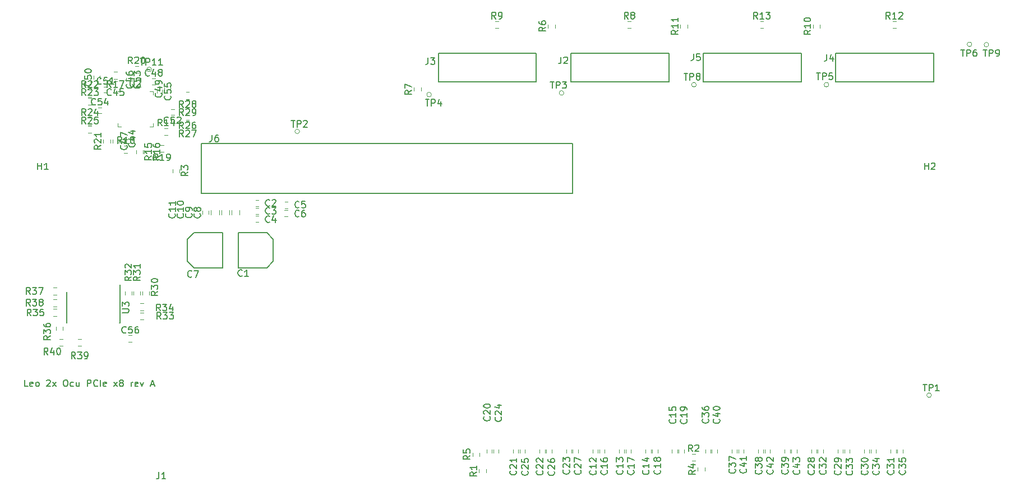
<source format=gbr>
%TF.GenerationSoftware,KiCad,Pcbnew,(5.1.5)-3*%
%TF.CreationDate,2022-02-01T02:21:16+01:00*%
%TF.ProjectId,Riser Leopard 2OU PCIe x8 4xOculink,52697365-7220-44c6-956f-706172642032,rev?*%
%TF.SameCoordinates,PX459e440PY54cbc38*%
%TF.FileFunction,Legend,Top*%
%TF.FilePolarity,Positive*%
%FSLAX46Y46*%
G04 Gerber Fmt 4.6, Leading zero omitted, Abs format (unit mm)*
G04 Created by KiCad (PCBNEW (5.1.5)-3) date 2022-02-01 02:21:16*
%MOMM*%
%LPD*%
G04 APERTURE LIST*
%ADD10C,0.150000*%
%ADD11C,0.120000*%
%ADD12C,0.200000*%
%ADD13C,0.100000*%
G04 APERTURE END LIST*
D10*
X-1938096Y-29062380D02*
X-2414286Y-29062380D01*
X-2414286Y-28062380D01*
X-1223810Y-29014761D02*
X-1319048Y-29062380D01*
X-1509524Y-29062380D01*
X-1604762Y-29014761D01*
X-1652381Y-28919523D01*
X-1652381Y-28538571D01*
X-1604762Y-28443333D01*
X-1509524Y-28395714D01*
X-1319048Y-28395714D01*
X-1223810Y-28443333D01*
X-1176191Y-28538571D01*
X-1176191Y-28633809D01*
X-1652381Y-28729047D01*
X-604762Y-29062380D02*
X-700000Y-29014761D01*
X-747620Y-28967142D01*
X-795239Y-28871904D01*
X-795239Y-28586190D01*
X-747620Y-28490952D01*
X-700000Y-28443333D01*
X-604762Y-28395714D01*
X-461905Y-28395714D01*
X-366667Y-28443333D01*
X-319048Y-28490952D01*
X-271429Y-28586190D01*
X-271429Y-28871904D01*
X-319048Y-28967142D01*
X-366667Y-29014761D01*
X-461905Y-29062380D01*
X-604762Y-29062380D01*
X871428Y-28157619D02*
X919047Y-28110000D01*
X1014285Y-28062380D01*
X1252380Y-28062380D01*
X1347619Y-28110000D01*
X1395238Y-28157619D01*
X1442857Y-28252857D01*
X1442857Y-28348095D01*
X1395238Y-28490952D01*
X823809Y-29062380D01*
X1442857Y-29062380D01*
X1776190Y-29062380D02*
X2300000Y-28395714D01*
X1776190Y-28395714D02*
X2300000Y-29062380D01*
X3633333Y-28062380D02*
X3823809Y-28062380D01*
X3919047Y-28110000D01*
X4014285Y-28205238D01*
X4061904Y-28395714D01*
X4061904Y-28729047D01*
X4014285Y-28919523D01*
X3919047Y-29014761D01*
X3823809Y-29062380D01*
X3633333Y-29062380D01*
X3538095Y-29014761D01*
X3442857Y-28919523D01*
X3395238Y-28729047D01*
X3395238Y-28395714D01*
X3442857Y-28205238D01*
X3538095Y-28110000D01*
X3633333Y-28062380D01*
X4919047Y-29014761D02*
X4823809Y-29062380D01*
X4633333Y-29062380D01*
X4538095Y-29014761D01*
X4490476Y-28967142D01*
X4442857Y-28871904D01*
X4442857Y-28586190D01*
X4490476Y-28490952D01*
X4538095Y-28443333D01*
X4633333Y-28395714D01*
X4823809Y-28395714D01*
X4919047Y-28443333D01*
X5776190Y-28395714D02*
X5776190Y-29062380D01*
X5347619Y-28395714D02*
X5347619Y-28919523D01*
X5395238Y-29014761D01*
X5490476Y-29062380D01*
X5633333Y-29062380D01*
X5728571Y-29014761D01*
X5776190Y-28967142D01*
X7014285Y-29062380D02*
X7014285Y-28062380D01*
X7395238Y-28062380D01*
X7490476Y-28110000D01*
X7538095Y-28157619D01*
X7585714Y-28252857D01*
X7585714Y-28395714D01*
X7538095Y-28490952D01*
X7490476Y-28538571D01*
X7395238Y-28586190D01*
X7014285Y-28586190D01*
X8585714Y-28967142D02*
X8538095Y-29014761D01*
X8395238Y-29062380D01*
X8300000Y-29062380D01*
X8157142Y-29014761D01*
X8061904Y-28919523D01*
X8014285Y-28824285D01*
X7966666Y-28633809D01*
X7966666Y-28490952D01*
X8014285Y-28300476D01*
X8061904Y-28205238D01*
X8157142Y-28110000D01*
X8300000Y-28062380D01*
X8395238Y-28062380D01*
X8538095Y-28110000D01*
X8585714Y-28157619D01*
X9014285Y-29062380D02*
X9014285Y-28062380D01*
X9871428Y-29014761D02*
X9776190Y-29062380D01*
X9585714Y-29062380D01*
X9490476Y-29014761D01*
X9442857Y-28919523D01*
X9442857Y-28538571D01*
X9490476Y-28443333D01*
X9585714Y-28395714D01*
X9776190Y-28395714D01*
X9871428Y-28443333D01*
X9919047Y-28538571D01*
X9919047Y-28633809D01*
X9442857Y-28729047D01*
X11014285Y-29062380D02*
X11538095Y-28395714D01*
X11014285Y-28395714D02*
X11538095Y-29062380D01*
X12061904Y-28490952D02*
X11966666Y-28443333D01*
X11919047Y-28395714D01*
X11871428Y-28300476D01*
X11871428Y-28252857D01*
X11919047Y-28157619D01*
X11966666Y-28110000D01*
X12061904Y-28062380D01*
X12252380Y-28062380D01*
X12347619Y-28110000D01*
X12395238Y-28157619D01*
X12442857Y-28252857D01*
X12442857Y-28300476D01*
X12395238Y-28395714D01*
X12347619Y-28443333D01*
X12252380Y-28490952D01*
X12061904Y-28490952D01*
X11966666Y-28538571D01*
X11919047Y-28586190D01*
X11871428Y-28681428D01*
X11871428Y-28871904D01*
X11919047Y-28967142D01*
X11966666Y-29014761D01*
X12061904Y-29062380D01*
X12252380Y-29062380D01*
X12347619Y-29014761D01*
X12395238Y-28967142D01*
X12442857Y-28871904D01*
X12442857Y-28681428D01*
X12395238Y-28586190D01*
X12347619Y-28538571D01*
X12252380Y-28490952D01*
X13633333Y-29062380D02*
X13633333Y-28395714D01*
X13633333Y-28586190D02*
X13680952Y-28490952D01*
X13728571Y-28443333D01*
X13823809Y-28395714D01*
X13919047Y-28395714D01*
X14633333Y-29014761D02*
X14538095Y-29062380D01*
X14347619Y-29062380D01*
X14252380Y-29014761D01*
X14204761Y-28919523D01*
X14204761Y-28538571D01*
X14252380Y-28443333D01*
X14347619Y-28395714D01*
X14538095Y-28395714D01*
X14633333Y-28443333D01*
X14680952Y-28538571D01*
X14680952Y-28633809D01*
X14204761Y-28729047D01*
X15014285Y-28395714D02*
X15252380Y-29062380D01*
X15490476Y-28395714D01*
X16585714Y-28776666D02*
X17061904Y-28776666D01*
X16490476Y-29062380D02*
X16823809Y-28062380D01*
X17157142Y-29062380D01*
D11*
%TO.C,R34*%
X15500000Y-16505000D02*
X15000000Y-16505000D01*
X15000000Y-17565000D02*
X15500000Y-17565000D01*
D10*
%TO.C,C1*%
X34100000Y-5835000D02*
X35100000Y-6835000D01*
X35100000Y-10135000D02*
X34100000Y-11135000D01*
X29800000Y-11135000D02*
X29800000Y-5835000D01*
X29800000Y-11135000D02*
X34100000Y-11135000D01*
X35100000Y-6835000D02*
X35100000Y-10135000D01*
X29800000Y-5835000D02*
X34100000Y-5835000D01*
D11*
%TO.C,C2*%
X32900000Y-915000D02*
X32400000Y-915000D01*
X32400000Y-1855000D02*
X32900000Y-1855000D01*
%TO.C,C3*%
X32400000Y-3030000D02*
X32900000Y-3030000D01*
X32900000Y-2090000D02*
X32400000Y-2090000D01*
%TO.C,C4*%
X32400000Y-4205000D02*
X32900000Y-4205000D01*
X32900000Y-3265000D02*
X32400000Y-3265000D01*
%TO.C,C5*%
X36800000Y-2155000D02*
X37300000Y-2155000D01*
X37300000Y-1215000D02*
X36800000Y-1215000D01*
%TO.C,C6*%
X37295001Y-2420001D02*
X36795001Y-2420001D01*
X36795001Y-3360001D02*
X37295001Y-3360001D01*
D10*
%TO.C,C7*%
X27425000Y-11135000D02*
X23125000Y-11135000D01*
X22125000Y-10135000D02*
X22125000Y-6835000D01*
X27425000Y-5835000D02*
X23125000Y-5835000D01*
X27425000Y-5835000D02*
X27425000Y-11135000D01*
X22125000Y-6835000D02*
X23125000Y-5835000D01*
X23125000Y-11135000D02*
X22125000Y-10135000D01*
D11*
%TO.C,C8*%
X30000000Y-2435000D02*
X30000000Y-3135000D01*
X28800000Y-3135000D02*
X28800000Y-2435000D01*
%TO.C,C9*%
X27250000Y-3135000D02*
X27250000Y-2435000D01*
X28450000Y-2435000D02*
X28450000Y-3135000D01*
%TO.C,C10*%
X26900000Y-2435000D02*
X26900000Y-3135000D01*
X25700000Y-3135000D02*
X25700000Y-2435000D01*
%TO.C,C11*%
X24405000Y-2535000D02*
X24405000Y-3035000D01*
X25345000Y-3035000D02*
X25345000Y-2535000D01*
%TO.C,C12*%
X83300000Y-39085000D02*
X83300000Y-38585000D01*
X84100000Y-38585000D02*
X84100000Y-39085000D01*
%TO.C,C13*%
X87300000Y-39085000D02*
X87300000Y-38585000D01*
X88100000Y-38585000D02*
X88100000Y-39085000D01*
%TO.C,C14*%
X91300000Y-39085000D02*
X91300000Y-38585000D01*
X92100000Y-38585000D02*
X92100000Y-39085000D01*
%TO.C,C15*%
X96100000Y-38585000D02*
X96100000Y-39085000D01*
X95300000Y-39085000D02*
X95300000Y-38585000D01*
%TO.C,C16*%
X85100000Y-38585000D02*
X85100000Y-39085000D01*
X84300000Y-39085000D02*
X84300000Y-38585000D01*
%TO.C,C17*%
X89100000Y-38585000D02*
X89100000Y-39085000D01*
X88300000Y-39085000D02*
X88300000Y-38585000D01*
%TO.C,C18*%
X93100000Y-38585000D02*
X93100000Y-39085000D01*
X92300000Y-39085000D02*
X92300000Y-38585000D01*
%TO.C,C19*%
X97100000Y-38585000D02*
X97100000Y-39085000D01*
X96300000Y-39085000D02*
X96300000Y-38585000D01*
%TO.C,C20*%
X67300000Y-39085000D02*
X67300000Y-38585000D01*
X68100000Y-38585000D02*
X68100000Y-39085000D01*
%TO.C,C21*%
X71300000Y-39085000D02*
X71300000Y-38585000D01*
X72100000Y-38585000D02*
X72100000Y-39085000D01*
%TO.C,C22*%
X75300000Y-39085000D02*
X75300000Y-38585000D01*
X76100000Y-38585000D02*
X76100000Y-39085000D01*
%TO.C,C23*%
X79300000Y-39085000D02*
X79300000Y-38585000D01*
X80100000Y-38585000D02*
X80100000Y-39085000D01*
%TO.C,C24*%
X69100000Y-38585000D02*
X69100000Y-39085000D01*
X68300000Y-39085000D02*
X68300000Y-38585000D01*
%TO.C,C25*%
X73100000Y-38585000D02*
X73100000Y-39085000D01*
X72300000Y-39085000D02*
X72300000Y-38585000D01*
%TO.C,C26*%
X77100000Y-38585000D02*
X77100000Y-39085000D01*
X76300000Y-39085000D02*
X76300000Y-38585000D01*
%TO.C,C27*%
X81100000Y-38585000D02*
X81100000Y-39085000D01*
X80300000Y-39085000D02*
X80300000Y-38585000D01*
%TO.C,C28*%
X116300000Y-39085000D02*
X116300000Y-38585000D01*
X117100000Y-38585000D02*
X117100000Y-39085000D01*
%TO.C,C29*%
X121100000Y-38585000D02*
X121100000Y-39085000D01*
X120300000Y-39085000D02*
X120300000Y-38585000D01*
%TO.C,C30*%
X125100000Y-38585000D02*
X125100000Y-39085000D01*
X124300000Y-39085000D02*
X124300000Y-38585000D01*
%TO.C,C31*%
X129100000Y-38585000D02*
X129100000Y-39085000D01*
X128300000Y-39085000D02*
X128300000Y-38585000D01*
%TO.C,C32*%
X117300000Y-39085000D02*
X117300000Y-38585000D01*
X118100000Y-38585000D02*
X118100000Y-39085000D01*
%TO.C,C33*%
X121300000Y-39085000D02*
X121300000Y-38585000D01*
X122100000Y-38585000D02*
X122100000Y-39085000D01*
%TO.C,C34*%
X125300000Y-39085000D02*
X125300000Y-38585000D01*
X126100000Y-38585000D02*
X126100000Y-39085000D01*
%TO.C,C35*%
X129300000Y-39085000D02*
X129300000Y-38585000D01*
X130100000Y-38585000D02*
X130100000Y-39085000D01*
%TO.C,C36*%
X101100000Y-38585000D02*
X101100000Y-39085000D01*
X100300000Y-39085000D02*
X100300000Y-38585000D01*
%TO.C,C37*%
X105100000Y-38585000D02*
X105100000Y-39085000D01*
X104300000Y-39085000D02*
X104300000Y-38585000D01*
%TO.C,C38*%
X109100000Y-38585000D02*
X109100000Y-39085000D01*
X108300000Y-39085000D02*
X108300000Y-38585000D01*
%TO.C,C39*%
X112300000Y-39085000D02*
X112300000Y-38585000D01*
X113100000Y-38585000D02*
X113100000Y-39085000D01*
%TO.C,C40*%
X101300000Y-39085000D02*
X101300000Y-38585000D01*
X102100000Y-38585000D02*
X102100000Y-39085000D01*
%TO.C,C41*%
X105300000Y-39085000D02*
X105300000Y-38585000D01*
X106100000Y-38585000D02*
X106100000Y-39085000D01*
%TO.C,C42*%
X109300000Y-39085000D02*
X109300000Y-38585000D01*
X110100000Y-38585000D02*
X110100000Y-39085000D01*
%TO.C,C43*%
X114100000Y-38585000D02*
X114100000Y-39085000D01*
X113300000Y-39085000D02*
X113300000Y-38585000D01*
%TO.C,C44*%
X12100000Y8115000D02*
X12100000Y8615000D01*
X12900000Y8615000D02*
X12900000Y8115000D01*
%TO.C,C45*%
X11000000Y17015000D02*
X11500000Y17015000D01*
X11500000Y16215000D02*
X11000000Y16215000D01*
%TO.C,C46*%
X14300000Y17015000D02*
X14300000Y17515000D01*
X15100000Y17515000D02*
X15100000Y17015000D01*
%TO.C,C47*%
X11770000Y7740000D02*
X11770000Y8240000D01*
X10830000Y8240000D02*
X10830000Y7740000D01*
%TO.C,C48*%
X16800000Y16545000D02*
X17300000Y16545000D01*
X17300000Y17485000D02*
X16800000Y17485000D01*
%TO.C,C49*%
X18605000Y16140000D02*
X18605000Y15640000D01*
X19545000Y15640000D02*
X19545000Y16140000D01*
%TO.C,C50*%
X8920000Y17365000D02*
X8920000Y17865000D01*
X7980000Y17865000D02*
X7980000Y17365000D01*
%TO.C,C51*%
X9500000Y16165000D02*
X10000000Y16165000D01*
X10000000Y15365000D02*
X9500000Y15365000D01*
%TO.C,C52*%
X20125000Y11965000D02*
X19625000Y11965000D01*
X19625000Y12765000D02*
X20125000Y12765000D01*
%TO.C,C53*%
X13700000Y17515000D02*
X13700000Y17015000D01*
X12900000Y17015000D02*
X12900000Y17515000D01*
%TO.C,C54*%
X9150000Y12215000D02*
X8650000Y12215000D01*
X8650000Y13015000D02*
X9150000Y13015000D01*
%TO.C,C55*%
X17525000Y15240000D02*
X17525000Y15740000D01*
X18325000Y15740000D02*
X18325000Y15240000D01*
%TO.C,C56*%
X13250000Y-22305000D02*
X13750000Y-22305000D01*
X13750000Y-21365000D02*
X13250000Y-21365000D01*
D12*
%TO.C,J2*%
X80000000Y21235000D02*
X80000000Y16915000D01*
X80000000Y16915000D02*
X94800000Y16915000D01*
X94800000Y21235000D02*
X94800000Y16915000D01*
X80000000Y21235000D02*
X94800000Y21235000D01*
%TO.C,J3*%
X60000000Y21235000D02*
X74800000Y21235000D01*
X74800000Y21235000D02*
X74800000Y16915000D01*
X60000000Y16915000D02*
X74800000Y16915000D01*
X60000000Y21235000D02*
X60000000Y16915000D01*
%TO.C,J4*%
X120000000Y21235000D02*
X134800000Y21235000D01*
X134800000Y21235000D02*
X134800000Y16915000D01*
X120000000Y16915000D02*
X134800000Y16915000D01*
X120000000Y21235000D02*
X120000000Y16915000D01*
%TO.C,J5*%
X100000000Y21235000D02*
X100000000Y16915000D01*
X100000000Y16915000D02*
X114800000Y16915000D01*
X114800000Y21235000D02*
X114800000Y16915000D01*
X100000000Y21235000D02*
X114800000Y21235000D01*
D11*
%TO.C,R1*%
X66170000Y-41585000D02*
X66170000Y-42085000D01*
X67230000Y-42085000D02*
X67230000Y-41585000D01*
%TO.C,R2*%
X98300000Y-40315000D02*
X98800000Y-40315000D01*
X98800000Y-39255000D02*
X98300000Y-39255000D01*
%TO.C,R3*%
X19870000Y3765000D02*
X19870000Y3265000D01*
X20930000Y3265000D02*
X20930000Y3765000D01*
%TO.C,R4*%
X99170000Y-41335000D02*
X99170000Y-41835000D01*
X100230000Y-41835000D02*
X100230000Y-41335000D01*
%TO.C,R5*%
X66230000Y-39585000D02*
X66230000Y-39085000D01*
X65170000Y-39085000D02*
X65170000Y-39585000D01*
%TO.C,R6*%
X77630000Y25115000D02*
X77630000Y25615000D01*
X76570000Y25615000D02*
X76570000Y25115000D01*
%TO.C,R7*%
X56320000Y16065000D02*
X56320000Y15565000D01*
X57380000Y15565000D02*
X57380000Y16065000D01*
%TO.C,R8*%
X89100000Y26095000D02*
X88600000Y26095000D01*
X88600000Y25035000D02*
X89100000Y25035000D01*
%TO.C,R9*%
X69100000Y26095000D02*
X68600000Y26095000D01*
X68600000Y25035000D02*
X69100000Y25035000D01*
%TO.C,R10*%
X116570000Y25615000D02*
X116570000Y25115000D01*
X117630000Y25115000D02*
X117630000Y25615000D01*
%TO.C,R11*%
X96570000Y25615000D02*
X96570000Y25115000D01*
X97630000Y25115000D02*
X97630000Y25615000D01*
%TO.C,R12*%
X128600000Y25035000D02*
X129100000Y25035000D01*
X129100000Y26095000D02*
X128600000Y26095000D01*
%TO.C,R13*%
X109100000Y26095000D02*
X108600000Y26095000D01*
X108600000Y25035000D02*
X109100000Y25035000D01*
%TO.C,R14*%
X18675000Y8885000D02*
X19175000Y8885000D01*
X19175000Y9945000D02*
X18675000Y9945000D01*
%TO.C,R15*%
X14370000Y6640000D02*
X14370000Y6140000D01*
X15430000Y6140000D02*
X15430000Y6640000D01*
%TO.C,R16*%
X16655000Y6140000D02*
X16655000Y6640000D01*
X15595000Y6640000D02*
X15595000Y6140000D01*
%TO.C,R17*%
X11500000Y18445000D02*
X11000000Y18445000D01*
X11000000Y17385000D02*
X11500000Y17385000D01*
%TO.C,R18*%
X13075000Y7295000D02*
X12575000Y7295000D01*
X12575000Y6235000D02*
X13075000Y6235000D01*
%TO.C,R19*%
X18525000Y7395000D02*
X18025000Y7395000D01*
X18025000Y6335000D02*
X18525000Y6335000D01*
%TO.C,R20*%
X14200000Y18285000D02*
X14700000Y18285000D01*
X14700000Y19345000D02*
X14200000Y19345000D01*
%TO.C,R21*%
X10505000Y7740000D02*
X10505000Y8240000D01*
X9445000Y8240000D02*
X9445000Y7740000D01*
%TO.C,R22*%
X7150000Y14685000D02*
X7650000Y14685000D01*
X7650000Y15745000D02*
X7150000Y15745000D01*
%TO.C,R23*%
X7650000Y14520000D02*
X7150000Y14520000D01*
X7150000Y13460000D02*
X7650000Y13460000D01*
%TO.C,R24*%
X7150000Y10435000D02*
X7650000Y10435000D01*
X7650000Y11495000D02*
X7150000Y11495000D01*
%TO.C,R25*%
X7650000Y10270000D02*
X7150000Y10270000D01*
X7150000Y9210000D02*
X7650000Y9210000D01*
%TO.C,R26*%
X21900000Y11160000D02*
X22400000Y11160000D01*
X22400000Y12220000D02*
X21900000Y12220000D01*
%TO.C,R27*%
X22400000Y10995000D02*
X21900000Y10995000D01*
X21900000Y9935000D02*
X22400000Y9935000D01*
%TO.C,R28*%
X21900000Y14360000D02*
X22400000Y14360000D01*
X22400000Y15420000D02*
X21900000Y15420000D01*
%TO.C,R29*%
X22400000Y14195000D02*
X21900000Y14195000D01*
X21900000Y13135000D02*
X22400000Y13135000D01*
%TO.C,R30*%
X16380000Y-15235000D02*
X16380000Y-14735000D01*
X15320000Y-14735000D02*
X15320000Y-15235000D01*
%TO.C,R31*%
X15030000Y-15235000D02*
X15030000Y-14735000D01*
X13970000Y-14735000D02*
X13970000Y-15235000D01*
%TO.C,R32*%
X13730000Y-15235000D02*
X13730000Y-14735000D01*
X12670000Y-14735000D02*
X12670000Y-15235000D01*
%TO.C,R33*%
X15500000Y-17905000D02*
X15000000Y-17905000D01*
X15000000Y-18965000D02*
X15500000Y-18965000D01*
%TO.C,R35*%
X2400000Y-17355000D02*
X1900000Y-17355000D01*
X1900000Y-18415000D02*
X2400000Y-18415000D01*
%TO.C,R36*%
X2270000Y-20085000D02*
X2270000Y-20585000D01*
X3330000Y-20585000D02*
X3330000Y-20085000D01*
%TO.C,R37*%
X1900000Y-15215000D02*
X2400000Y-15215000D01*
X2400000Y-14155000D02*
X1900000Y-14155000D01*
%TO.C,R38*%
X1900000Y-16965000D02*
X2400000Y-16965000D01*
X2400000Y-15905000D02*
X1900000Y-15905000D01*
%TO.C,R39*%
X5600000Y-22965000D02*
X6100000Y-22965000D01*
X6100000Y-21905000D02*
X5600000Y-21905000D01*
%TO.C,R40*%
X3300000Y-21905000D02*
X2800000Y-21905000D01*
X2800000Y-22965000D02*
X3300000Y-22965000D01*
D13*
%TO.C,TP1*%
X134450000Y-30385000D02*
G75*
G03X134450000Y-30385000I-350000J0D01*
G01*
%TO.C,TP2*%
X39050000Y9465000D02*
G75*
G03X39050000Y9465000I-350000J0D01*
G01*
%TO.C,TP3*%
X78950000Y15265000D02*
G75*
G03X78950000Y15265000I-350000J0D01*
G01*
%TO.C,TP4*%
X58950000Y15015000D02*
G75*
G03X58950000Y15015000I-350000J0D01*
G01*
%TO.C,TP5*%
X118950000Y16515000D02*
G75*
G03X118950000Y16515000I-350000J0D01*
G01*
%TO.C,TP6*%
X140550000Y22615000D02*
G75*
G03X140550000Y22615000I-350000J0D01*
G01*
%TO.C,TP8*%
X98950000Y16515000D02*
G75*
G03X98950000Y16515000I-350000J0D01*
G01*
%TO.C,TP9*%
X143100000Y22565000D02*
G75*
G03X143100000Y22565000I-350000J0D01*
G01*
%TO.C,TP11*%
X16700000Y18815000D02*
G75*
G03X16700000Y18815000I-350000J0D01*
G01*
D11*
%TO.C,U2*%
X16917000Y15532000D02*
X16917000Y15024000D01*
X16409000Y15532000D02*
X16917000Y15532000D01*
X16917000Y10198000D02*
X16409000Y10198000D01*
X16917000Y10706000D02*
X16917000Y10198000D01*
X11583000Y10198000D02*
X11583000Y10706000D01*
X12091000Y10198000D02*
X11583000Y10198000D01*
X12091000Y15532000D02*
X11583000Y15532000D01*
D10*
%TO.C,J6*%
X80240000Y95000D02*
X80240000Y7595000D01*
X24240000Y7595000D02*
X80240000Y7595000D01*
X24240000Y7595000D02*
X24240000Y95000D01*
X24240000Y95000D02*
X80240000Y95000D01*
%TO.C,U3*%
X3875000Y-14810000D02*
X3875000Y-19460000D01*
X11975000Y-13735000D02*
X11975000Y-19460000D01*
X3875000Y-14810000D02*
X3900000Y-14810000D01*
X3875000Y-19460000D02*
X3900000Y-19460000D01*
X11925000Y-19460000D02*
X11900000Y-19460000D01*
%TO.C,R34*%
X18057142Y-17637380D02*
X17723809Y-17161190D01*
X17485714Y-17637380D02*
X17485714Y-16637380D01*
X17866666Y-16637380D01*
X17961904Y-16685000D01*
X18009523Y-16732619D01*
X18057142Y-16827857D01*
X18057142Y-16970714D01*
X18009523Y-17065952D01*
X17961904Y-17113571D01*
X17866666Y-17161190D01*
X17485714Y-17161190D01*
X18390476Y-16637380D02*
X19009523Y-16637380D01*
X18676190Y-17018333D01*
X18819047Y-17018333D01*
X18914285Y-17065952D01*
X18961904Y-17113571D01*
X19009523Y-17208809D01*
X19009523Y-17446904D01*
X18961904Y-17542142D01*
X18914285Y-17589761D01*
X18819047Y-17637380D01*
X18533333Y-17637380D01*
X18438095Y-17589761D01*
X18390476Y-17542142D01*
X19866666Y-16970714D02*
X19866666Y-17637380D01*
X19628571Y-16589761D02*
X19390476Y-17304047D01*
X20009523Y-17304047D01*
%TO.C,J1*%
X17828766Y-42019480D02*
X17828766Y-42733766D01*
X17781147Y-42876623D01*
X17685909Y-42971861D01*
X17543052Y-43019480D01*
X17447814Y-43019480D01*
X18828766Y-43019480D02*
X18257338Y-43019480D01*
X18543052Y-43019480D02*
X18543052Y-42019480D01*
X18447814Y-42162338D01*
X18352576Y-42257576D01*
X18257338Y-42305195D01*
%TO.C,C1*%
X30383333Y-12342142D02*
X30335714Y-12389761D01*
X30192857Y-12437380D01*
X30097619Y-12437380D01*
X29954761Y-12389761D01*
X29859523Y-12294523D01*
X29811904Y-12199285D01*
X29764285Y-12008809D01*
X29764285Y-11865952D01*
X29811904Y-11675476D01*
X29859523Y-11580238D01*
X29954761Y-11485000D01*
X30097619Y-11437380D01*
X30192857Y-11437380D01*
X30335714Y-11485000D01*
X30383333Y-11532619D01*
X31335714Y-12437380D02*
X30764285Y-12437380D01*
X31050000Y-12437380D02*
X31050000Y-11437380D01*
X30954761Y-11580238D01*
X30859523Y-11675476D01*
X30764285Y-11723095D01*
%TO.C,C2*%
X34533333Y-1742142D02*
X34485714Y-1789761D01*
X34342857Y-1837380D01*
X34247619Y-1837380D01*
X34104761Y-1789761D01*
X34009523Y-1694523D01*
X33961904Y-1599285D01*
X33914285Y-1408809D01*
X33914285Y-1265952D01*
X33961904Y-1075476D01*
X34009523Y-980238D01*
X34104761Y-885000D01*
X34247619Y-837380D01*
X34342857Y-837380D01*
X34485714Y-885000D01*
X34533333Y-932619D01*
X34914285Y-932619D02*
X34961904Y-885000D01*
X35057142Y-837380D01*
X35295238Y-837380D01*
X35390476Y-885000D01*
X35438095Y-932619D01*
X35485714Y-1027857D01*
X35485714Y-1123095D01*
X35438095Y-1265952D01*
X34866666Y-1837380D01*
X35485714Y-1837380D01*
%TO.C,C3*%
X34533333Y-2942142D02*
X34485714Y-2989761D01*
X34342857Y-3037380D01*
X34247619Y-3037380D01*
X34104761Y-2989761D01*
X34009523Y-2894523D01*
X33961904Y-2799285D01*
X33914285Y-2608809D01*
X33914285Y-2465952D01*
X33961904Y-2275476D01*
X34009523Y-2180238D01*
X34104761Y-2085000D01*
X34247619Y-2037380D01*
X34342857Y-2037380D01*
X34485714Y-2085000D01*
X34533333Y-2132619D01*
X34866666Y-2037380D02*
X35485714Y-2037380D01*
X35152380Y-2418333D01*
X35295238Y-2418333D01*
X35390476Y-2465952D01*
X35438095Y-2513571D01*
X35485714Y-2608809D01*
X35485714Y-2846904D01*
X35438095Y-2942142D01*
X35390476Y-2989761D01*
X35295238Y-3037380D01*
X35009523Y-3037380D01*
X34914285Y-2989761D01*
X34866666Y-2942142D01*
%TO.C,C4*%
X34533333Y-4192142D02*
X34485714Y-4239761D01*
X34342857Y-4287380D01*
X34247619Y-4287380D01*
X34104761Y-4239761D01*
X34009523Y-4144523D01*
X33961904Y-4049285D01*
X33914285Y-3858809D01*
X33914285Y-3715952D01*
X33961904Y-3525476D01*
X34009523Y-3430238D01*
X34104761Y-3335000D01*
X34247619Y-3287380D01*
X34342857Y-3287380D01*
X34485714Y-3335000D01*
X34533333Y-3382619D01*
X35390476Y-3620714D02*
X35390476Y-4287380D01*
X35152380Y-3239761D02*
X34914285Y-3954047D01*
X35533333Y-3954047D01*
%TO.C,C5*%
X38983333Y-1992142D02*
X38935714Y-2039761D01*
X38792857Y-2087380D01*
X38697619Y-2087380D01*
X38554761Y-2039761D01*
X38459523Y-1944523D01*
X38411904Y-1849285D01*
X38364285Y-1658809D01*
X38364285Y-1515952D01*
X38411904Y-1325476D01*
X38459523Y-1230238D01*
X38554761Y-1135000D01*
X38697619Y-1087380D01*
X38792857Y-1087380D01*
X38935714Y-1135000D01*
X38983333Y-1182619D01*
X39888095Y-1087380D02*
X39411904Y-1087380D01*
X39364285Y-1563571D01*
X39411904Y-1515952D01*
X39507142Y-1468333D01*
X39745238Y-1468333D01*
X39840476Y-1515952D01*
X39888095Y-1563571D01*
X39935714Y-1658809D01*
X39935714Y-1896904D01*
X39888095Y-1992142D01*
X39840476Y-2039761D01*
X39745238Y-2087380D01*
X39507142Y-2087380D01*
X39411904Y-2039761D01*
X39364285Y-1992142D01*
%TO.C,C6*%
X38983333Y-3342142D02*
X38935714Y-3389761D01*
X38792857Y-3437380D01*
X38697619Y-3437380D01*
X38554761Y-3389761D01*
X38459523Y-3294523D01*
X38411904Y-3199285D01*
X38364285Y-3008809D01*
X38364285Y-2865952D01*
X38411904Y-2675476D01*
X38459523Y-2580238D01*
X38554761Y-2485000D01*
X38697619Y-2437380D01*
X38792857Y-2437380D01*
X38935714Y-2485000D01*
X38983333Y-2532619D01*
X39840476Y-2437380D02*
X39650000Y-2437380D01*
X39554761Y-2485000D01*
X39507142Y-2532619D01*
X39411904Y-2675476D01*
X39364285Y-2865952D01*
X39364285Y-3246904D01*
X39411904Y-3342142D01*
X39459523Y-3389761D01*
X39554761Y-3437380D01*
X39745238Y-3437380D01*
X39840476Y-3389761D01*
X39888095Y-3342142D01*
X39935714Y-3246904D01*
X39935714Y-3008809D01*
X39888095Y-2913571D01*
X39840476Y-2865952D01*
X39745238Y-2818333D01*
X39554761Y-2818333D01*
X39459523Y-2865952D01*
X39411904Y-2913571D01*
X39364285Y-3008809D01*
%TO.C,C7*%
X22783333Y-12467142D02*
X22735714Y-12514761D01*
X22592857Y-12562380D01*
X22497619Y-12562380D01*
X22354761Y-12514761D01*
X22259523Y-12419523D01*
X22211904Y-12324285D01*
X22164285Y-12133809D01*
X22164285Y-11990952D01*
X22211904Y-11800476D01*
X22259523Y-11705238D01*
X22354761Y-11610000D01*
X22497619Y-11562380D01*
X22592857Y-11562380D01*
X22735714Y-11610000D01*
X22783333Y-11657619D01*
X23116666Y-11562380D02*
X23783333Y-11562380D01*
X23354761Y-12562380D01*
%TO.C,C8*%
X24007142Y-2976666D02*
X24054761Y-3024285D01*
X24102380Y-3167142D01*
X24102380Y-3262380D01*
X24054761Y-3405238D01*
X23959523Y-3500476D01*
X23864285Y-3548095D01*
X23673809Y-3595714D01*
X23530952Y-3595714D01*
X23340476Y-3548095D01*
X23245238Y-3500476D01*
X23150000Y-3405238D01*
X23102380Y-3262380D01*
X23102380Y-3167142D01*
X23150000Y-3024285D01*
X23197619Y-2976666D01*
X23530952Y-2405238D02*
X23483333Y-2500476D01*
X23435714Y-2548095D01*
X23340476Y-2595714D01*
X23292857Y-2595714D01*
X23197619Y-2548095D01*
X23150000Y-2500476D01*
X23102380Y-2405238D01*
X23102380Y-2214761D01*
X23150000Y-2119523D01*
X23197619Y-2071904D01*
X23292857Y-2024285D01*
X23340476Y-2024285D01*
X23435714Y-2071904D01*
X23483333Y-2119523D01*
X23530952Y-2214761D01*
X23530952Y-2405238D01*
X23578571Y-2500476D01*
X23626190Y-2548095D01*
X23721428Y-2595714D01*
X23911904Y-2595714D01*
X24007142Y-2548095D01*
X24054761Y-2500476D01*
X24102380Y-2405238D01*
X24102380Y-2214761D01*
X24054761Y-2119523D01*
X24007142Y-2071904D01*
X23911904Y-2024285D01*
X23721428Y-2024285D01*
X23626190Y-2071904D01*
X23578571Y-2119523D01*
X23530952Y-2214761D01*
%TO.C,C9*%
X22732142Y-2951666D02*
X22779761Y-2999285D01*
X22827380Y-3142142D01*
X22827380Y-3237380D01*
X22779761Y-3380238D01*
X22684523Y-3475476D01*
X22589285Y-3523095D01*
X22398809Y-3570714D01*
X22255952Y-3570714D01*
X22065476Y-3523095D01*
X21970238Y-3475476D01*
X21875000Y-3380238D01*
X21827380Y-3237380D01*
X21827380Y-3142142D01*
X21875000Y-2999285D01*
X21922619Y-2951666D01*
X22827380Y-2475476D02*
X22827380Y-2285000D01*
X22779761Y-2189761D01*
X22732142Y-2142142D01*
X22589285Y-2046904D01*
X22398809Y-1999285D01*
X22017857Y-1999285D01*
X21922619Y-2046904D01*
X21875000Y-2094523D01*
X21827380Y-2189761D01*
X21827380Y-2380238D01*
X21875000Y-2475476D01*
X21922619Y-2523095D01*
X22017857Y-2570714D01*
X22255952Y-2570714D01*
X22351190Y-2523095D01*
X22398809Y-2475476D01*
X22446428Y-2380238D01*
X22446428Y-2189761D01*
X22398809Y-2094523D01*
X22351190Y-2046904D01*
X22255952Y-1999285D01*
%TO.C,C10*%
X21457142Y-2977857D02*
X21504761Y-3025476D01*
X21552380Y-3168333D01*
X21552380Y-3263571D01*
X21504761Y-3406428D01*
X21409523Y-3501666D01*
X21314285Y-3549285D01*
X21123809Y-3596904D01*
X20980952Y-3596904D01*
X20790476Y-3549285D01*
X20695238Y-3501666D01*
X20600000Y-3406428D01*
X20552380Y-3263571D01*
X20552380Y-3168333D01*
X20600000Y-3025476D01*
X20647619Y-2977857D01*
X21552380Y-2025476D02*
X21552380Y-2596904D01*
X21552380Y-2311190D02*
X20552380Y-2311190D01*
X20695238Y-2406428D01*
X20790476Y-2501666D01*
X20838095Y-2596904D01*
X20552380Y-1406428D02*
X20552380Y-1311190D01*
X20600000Y-1215952D01*
X20647619Y-1168333D01*
X20742857Y-1120714D01*
X20933333Y-1073095D01*
X21171428Y-1073095D01*
X21361904Y-1120714D01*
X21457142Y-1168333D01*
X21504761Y-1215952D01*
X21552380Y-1311190D01*
X21552380Y-1406428D01*
X21504761Y-1501666D01*
X21457142Y-1549285D01*
X21361904Y-1596904D01*
X21171428Y-1644523D01*
X20933333Y-1644523D01*
X20742857Y-1596904D01*
X20647619Y-1549285D01*
X20600000Y-1501666D01*
X20552380Y-1406428D01*
%TO.C,C11*%
X20207142Y-2977857D02*
X20254761Y-3025476D01*
X20302380Y-3168333D01*
X20302380Y-3263571D01*
X20254761Y-3406428D01*
X20159523Y-3501666D01*
X20064285Y-3549285D01*
X19873809Y-3596904D01*
X19730952Y-3596904D01*
X19540476Y-3549285D01*
X19445238Y-3501666D01*
X19350000Y-3406428D01*
X19302380Y-3263571D01*
X19302380Y-3168333D01*
X19350000Y-3025476D01*
X19397619Y-2977857D01*
X20302380Y-2025476D02*
X20302380Y-2596904D01*
X20302380Y-2311190D02*
X19302380Y-2311190D01*
X19445238Y-2406428D01*
X19540476Y-2501666D01*
X19588095Y-2596904D01*
X20302380Y-1073095D02*
X20302380Y-1644523D01*
X20302380Y-1358809D02*
X19302380Y-1358809D01*
X19445238Y-1454047D01*
X19540476Y-1549285D01*
X19588095Y-1644523D01*
%TO.C,C12*%
X83757142Y-41777857D02*
X83804761Y-41825476D01*
X83852380Y-41968333D01*
X83852380Y-42063571D01*
X83804761Y-42206428D01*
X83709523Y-42301666D01*
X83614285Y-42349285D01*
X83423809Y-42396904D01*
X83280952Y-42396904D01*
X83090476Y-42349285D01*
X82995238Y-42301666D01*
X82900000Y-42206428D01*
X82852380Y-42063571D01*
X82852380Y-41968333D01*
X82900000Y-41825476D01*
X82947619Y-41777857D01*
X83852380Y-40825476D02*
X83852380Y-41396904D01*
X83852380Y-41111190D02*
X82852380Y-41111190D01*
X82995238Y-41206428D01*
X83090476Y-41301666D01*
X83138095Y-41396904D01*
X82947619Y-40444523D02*
X82900000Y-40396904D01*
X82852380Y-40301666D01*
X82852380Y-40063571D01*
X82900000Y-39968333D01*
X82947619Y-39920714D01*
X83042857Y-39873095D01*
X83138095Y-39873095D01*
X83280952Y-39920714D01*
X83852380Y-40492142D01*
X83852380Y-39873095D01*
%TO.C,C13*%
X87782142Y-41727857D02*
X87829761Y-41775476D01*
X87877380Y-41918333D01*
X87877380Y-42013571D01*
X87829761Y-42156428D01*
X87734523Y-42251666D01*
X87639285Y-42299285D01*
X87448809Y-42346904D01*
X87305952Y-42346904D01*
X87115476Y-42299285D01*
X87020238Y-42251666D01*
X86925000Y-42156428D01*
X86877380Y-42013571D01*
X86877380Y-41918333D01*
X86925000Y-41775476D01*
X86972619Y-41727857D01*
X87877380Y-40775476D02*
X87877380Y-41346904D01*
X87877380Y-41061190D02*
X86877380Y-41061190D01*
X87020238Y-41156428D01*
X87115476Y-41251666D01*
X87163095Y-41346904D01*
X86877380Y-40442142D02*
X86877380Y-39823095D01*
X87258333Y-40156428D01*
X87258333Y-40013571D01*
X87305952Y-39918333D01*
X87353571Y-39870714D01*
X87448809Y-39823095D01*
X87686904Y-39823095D01*
X87782142Y-39870714D01*
X87829761Y-39918333D01*
X87877380Y-40013571D01*
X87877380Y-40299285D01*
X87829761Y-40394523D01*
X87782142Y-40442142D01*
%TO.C,C14*%
X91732142Y-41727857D02*
X91779761Y-41775476D01*
X91827380Y-41918333D01*
X91827380Y-42013571D01*
X91779761Y-42156428D01*
X91684523Y-42251666D01*
X91589285Y-42299285D01*
X91398809Y-42346904D01*
X91255952Y-42346904D01*
X91065476Y-42299285D01*
X90970238Y-42251666D01*
X90875000Y-42156428D01*
X90827380Y-42013571D01*
X90827380Y-41918333D01*
X90875000Y-41775476D01*
X90922619Y-41727857D01*
X91827380Y-40775476D02*
X91827380Y-41346904D01*
X91827380Y-41061190D02*
X90827380Y-41061190D01*
X90970238Y-41156428D01*
X91065476Y-41251666D01*
X91113095Y-41346904D01*
X91160714Y-39918333D02*
X91827380Y-39918333D01*
X90779761Y-40156428D02*
X91494047Y-40394523D01*
X91494047Y-39775476D01*
%TO.C,C15*%
X95782142Y-34027857D02*
X95829761Y-34075476D01*
X95877380Y-34218333D01*
X95877380Y-34313571D01*
X95829761Y-34456428D01*
X95734523Y-34551666D01*
X95639285Y-34599285D01*
X95448809Y-34646904D01*
X95305952Y-34646904D01*
X95115476Y-34599285D01*
X95020238Y-34551666D01*
X94925000Y-34456428D01*
X94877380Y-34313571D01*
X94877380Y-34218333D01*
X94925000Y-34075476D01*
X94972619Y-34027857D01*
X95877380Y-33075476D02*
X95877380Y-33646904D01*
X95877380Y-33361190D02*
X94877380Y-33361190D01*
X95020238Y-33456428D01*
X95115476Y-33551666D01*
X95163095Y-33646904D01*
X94877380Y-32170714D02*
X94877380Y-32646904D01*
X95353571Y-32694523D01*
X95305952Y-32646904D01*
X95258333Y-32551666D01*
X95258333Y-32313571D01*
X95305952Y-32218333D01*
X95353571Y-32170714D01*
X95448809Y-32123095D01*
X95686904Y-32123095D01*
X95782142Y-32170714D01*
X95829761Y-32218333D01*
X95877380Y-32313571D01*
X95877380Y-32551666D01*
X95829761Y-32646904D01*
X95782142Y-32694523D01*
%TO.C,C16*%
X85432142Y-41752857D02*
X85479761Y-41800476D01*
X85527380Y-41943333D01*
X85527380Y-42038571D01*
X85479761Y-42181428D01*
X85384523Y-42276666D01*
X85289285Y-42324285D01*
X85098809Y-42371904D01*
X84955952Y-42371904D01*
X84765476Y-42324285D01*
X84670238Y-42276666D01*
X84575000Y-42181428D01*
X84527380Y-42038571D01*
X84527380Y-41943333D01*
X84575000Y-41800476D01*
X84622619Y-41752857D01*
X85527380Y-40800476D02*
X85527380Y-41371904D01*
X85527380Y-41086190D02*
X84527380Y-41086190D01*
X84670238Y-41181428D01*
X84765476Y-41276666D01*
X84813095Y-41371904D01*
X84527380Y-39943333D02*
X84527380Y-40133809D01*
X84575000Y-40229047D01*
X84622619Y-40276666D01*
X84765476Y-40371904D01*
X84955952Y-40419523D01*
X85336904Y-40419523D01*
X85432142Y-40371904D01*
X85479761Y-40324285D01*
X85527380Y-40229047D01*
X85527380Y-40038571D01*
X85479761Y-39943333D01*
X85432142Y-39895714D01*
X85336904Y-39848095D01*
X85098809Y-39848095D01*
X85003571Y-39895714D01*
X84955952Y-39943333D01*
X84908333Y-40038571D01*
X84908333Y-40229047D01*
X84955952Y-40324285D01*
X85003571Y-40371904D01*
X85098809Y-40419523D01*
%TO.C,C17*%
X89457142Y-41752857D02*
X89504761Y-41800476D01*
X89552380Y-41943333D01*
X89552380Y-42038571D01*
X89504761Y-42181428D01*
X89409523Y-42276666D01*
X89314285Y-42324285D01*
X89123809Y-42371904D01*
X88980952Y-42371904D01*
X88790476Y-42324285D01*
X88695238Y-42276666D01*
X88600000Y-42181428D01*
X88552380Y-42038571D01*
X88552380Y-41943333D01*
X88600000Y-41800476D01*
X88647619Y-41752857D01*
X89552380Y-40800476D02*
X89552380Y-41371904D01*
X89552380Y-41086190D02*
X88552380Y-41086190D01*
X88695238Y-41181428D01*
X88790476Y-41276666D01*
X88838095Y-41371904D01*
X88552380Y-40467142D02*
X88552380Y-39800476D01*
X89552380Y-40229047D01*
%TO.C,C18*%
X93457142Y-41702857D02*
X93504761Y-41750476D01*
X93552380Y-41893333D01*
X93552380Y-41988571D01*
X93504761Y-42131428D01*
X93409523Y-42226666D01*
X93314285Y-42274285D01*
X93123809Y-42321904D01*
X92980952Y-42321904D01*
X92790476Y-42274285D01*
X92695238Y-42226666D01*
X92600000Y-42131428D01*
X92552380Y-41988571D01*
X92552380Y-41893333D01*
X92600000Y-41750476D01*
X92647619Y-41702857D01*
X93552380Y-40750476D02*
X93552380Y-41321904D01*
X93552380Y-41036190D02*
X92552380Y-41036190D01*
X92695238Y-41131428D01*
X92790476Y-41226666D01*
X92838095Y-41321904D01*
X92980952Y-40179047D02*
X92933333Y-40274285D01*
X92885714Y-40321904D01*
X92790476Y-40369523D01*
X92742857Y-40369523D01*
X92647619Y-40321904D01*
X92600000Y-40274285D01*
X92552380Y-40179047D01*
X92552380Y-39988571D01*
X92600000Y-39893333D01*
X92647619Y-39845714D01*
X92742857Y-39798095D01*
X92790476Y-39798095D01*
X92885714Y-39845714D01*
X92933333Y-39893333D01*
X92980952Y-39988571D01*
X92980952Y-40179047D01*
X93028571Y-40274285D01*
X93076190Y-40321904D01*
X93171428Y-40369523D01*
X93361904Y-40369523D01*
X93457142Y-40321904D01*
X93504761Y-40274285D01*
X93552380Y-40179047D01*
X93552380Y-39988571D01*
X93504761Y-39893333D01*
X93457142Y-39845714D01*
X93361904Y-39798095D01*
X93171428Y-39798095D01*
X93076190Y-39845714D01*
X93028571Y-39893333D01*
X92980952Y-39988571D01*
%TO.C,C19*%
X97457142Y-34052857D02*
X97504761Y-34100476D01*
X97552380Y-34243333D01*
X97552380Y-34338571D01*
X97504761Y-34481428D01*
X97409523Y-34576666D01*
X97314285Y-34624285D01*
X97123809Y-34671904D01*
X96980952Y-34671904D01*
X96790476Y-34624285D01*
X96695238Y-34576666D01*
X96600000Y-34481428D01*
X96552380Y-34338571D01*
X96552380Y-34243333D01*
X96600000Y-34100476D01*
X96647619Y-34052857D01*
X97552380Y-33100476D02*
X97552380Y-33671904D01*
X97552380Y-33386190D02*
X96552380Y-33386190D01*
X96695238Y-33481428D01*
X96790476Y-33576666D01*
X96838095Y-33671904D01*
X97552380Y-32624285D02*
X97552380Y-32433809D01*
X97504761Y-32338571D01*
X97457142Y-32290952D01*
X97314285Y-32195714D01*
X97123809Y-32148095D01*
X96742857Y-32148095D01*
X96647619Y-32195714D01*
X96600000Y-32243333D01*
X96552380Y-32338571D01*
X96552380Y-32529047D01*
X96600000Y-32624285D01*
X96647619Y-32671904D01*
X96742857Y-32719523D01*
X96980952Y-32719523D01*
X97076190Y-32671904D01*
X97123809Y-32624285D01*
X97171428Y-32529047D01*
X97171428Y-32338571D01*
X97123809Y-32243333D01*
X97076190Y-32195714D01*
X96980952Y-32148095D01*
%TO.C,C20*%
X67757142Y-33627857D02*
X67804761Y-33675476D01*
X67852380Y-33818333D01*
X67852380Y-33913571D01*
X67804761Y-34056428D01*
X67709523Y-34151666D01*
X67614285Y-34199285D01*
X67423809Y-34246904D01*
X67280952Y-34246904D01*
X67090476Y-34199285D01*
X66995238Y-34151666D01*
X66900000Y-34056428D01*
X66852380Y-33913571D01*
X66852380Y-33818333D01*
X66900000Y-33675476D01*
X66947619Y-33627857D01*
X66947619Y-33246904D02*
X66900000Y-33199285D01*
X66852380Y-33104047D01*
X66852380Y-32865952D01*
X66900000Y-32770714D01*
X66947619Y-32723095D01*
X67042857Y-32675476D01*
X67138095Y-32675476D01*
X67280952Y-32723095D01*
X67852380Y-33294523D01*
X67852380Y-32675476D01*
X66852380Y-32056428D02*
X66852380Y-31961190D01*
X66900000Y-31865952D01*
X66947619Y-31818333D01*
X67042857Y-31770714D01*
X67233333Y-31723095D01*
X67471428Y-31723095D01*
X67661904Y-31770714D01*
X67757142Y-31818333D01*
X67804761Y-31865952D01*
X67852380Y-31961190D01*
X67852380Y-32056428D01*
X67804761Y-32151666D01*
X67757142Y-32199285D01*
X67661904Y-32246904D01*
X67471428Y-32294523D01*
X67233333Y-32294523D01*
X67042857Y-32246904D01*
X66947619Y-32199285D01*
X66900000Y-32151666D01*
X66852380Y-32056428D01*
%TO.C,C21*%
X71707142Y-41827857D02*
X71754761Y-41875476D01*
X71802380Y-42018333D01*
X71802380Y-42113571D01*
X71754761Y-42256428D01*
X71659523Y-42351666D01*
X71564285Y-42399285D01*
X71373809Y-42446904D01*
X71230952Y-42446904D01*
X71040476Y-42399285D01*
X70945238Y-42351666D01*
X70850000Y-42256428D01*
X70802380Y-42113571D01*
X70802380Y-42018333D01*
X70850000Y-41875476D01*
X70897619Y-41827857D01*
X70897619Y-41446904D02*
X70850000Y-41399285D01*
X70802380Y-41304047D01*
X70802380Y-41065952D01*
X70850000Y-40970714D01*
X70897619Y-40923095D01*
X70992857Y-40875476D01*
X71088095Y-40875476D01*
X71230952Y-40923095D01*
X71802380Y-41494523D01*
X71802380Y-40875476D01*
X71802380Y-39923095D02*
X71802380Y-40494523D01*
X71802380Y-40208809D02*
X70802380Y-40208809D01*
X70945238Y-40304047D01*
X71040476Y-40399285D01*
X71088095Y-40494523D01*
%TO.C,C22*%
X75707142Y-41802857D02*
X75754761Y-41850476D01*
X75802380Y-41993333D01*
X75802380Y-42088571D01*
X75754761Y-42231428D01*
X75659523Y-42326666D01*
X75564285Y-42374285D01*
X75373809Y-42421904D01*
X75230952Y-42421904D01*
X75040476Y-42374285D01*
X74945238Y-42326666D01*
X74850000Y-42231428D01*
X74802380Y-42088571D01*
X74802380Y-41993333D01*
X74850000Y-41850476D01*
X74897619Y-41802857D01*
X74897619Y-41421904D02*
X74850000Y-41374285D01*
X74802380Y-41279047D01*
X74802380Y-41040952D01*
X74850000Y-40945714D01*
X74897619Y-40898095D01*
X74992857Y-40850476D01*
X75088095Y-40850476D01*
X75230952Y-40898095D01*
X75802380Y-41469523D01*
X75802380Y-40850476D01*
X74897619Y-40469523D02*
X74850000Y-40421904D01*
X74802380Y-40326666D01*
X74802380Y-40088571D01*
X74850000Y-39993333D01*
X74897619Y-39945714D01*
X74992857Y-39898095D01*
X75088095Y-39898095D01*
X75230952Y-39945714D01*
X75802380Y-40517142D01*
X75802380Y-39898095D01*
%TO.C,C23*%
X79732142Y-41677857D02*
X79779761Y-41725476D01*
X79827380Y-41868333D01*
X79827380Y-41963571D01*
X79779761Y-42106428D01*
X79684523Y-42201666D01*
X79589285Y-42249285D01*
X79398809Y-42296904D01*
X79255952Y-42296904D01*
X79065476Y-42249285D01*
X78970238Y-42201666D01*
X78875000Y-42106428D01*
X78827380Y-41963571D01*
X78827380Y-41868333D01*
X78875000Y-41725476D01*
X78922619Y-41677857D01*
X78922619Y-41296904D02*
X78875000Y-41249285D01*
X78827380Y-41154047D01*
X78827380Y-40915952D01*
X78875000Y-40820714D01*
X78922619Y-40773095D01*
X79017857Y-40725476D01*
X79113095Y-40725476D01*
X79255952Y-40773095D01*
X79827380Y-41344523D01*
X79827380Y-40725476D01*
X78827380Y-40392142D02*
X78827380Y-39773095D01*
X79208333Y-40106428D01*
X79208333Y-39963571D01*
X79255952Y-39868333D01*
X79303571Y-39820714D01*
X79398809Y-39773095D01*
X79636904Y-39773095D01*
X79732142Y-39820714D01*
X79779761Y-39868333D01*
X79827380Y-39963571D01*
X79827380Y-40249285D01*
X79779761Y-40344523D01*
X79732142Y-40392142D01*
%TO.C,C24*%
X69457142Y-33702857D02*
X69504761Y-33750476D01*
X69552380Y-33893333D01*
X69552380Y-33988571D01*
X69504761Y-34131428D01*
X69409523Y-34226666D01*
X69314285Y-34274285D01*
X69123809Y-34321904D01*
X68980952Y-34321904D01*
X68790476Y-34274285D01*
X68695238Y-34226666D01*
X68600000Y-34131428D01*
X68552380Y-33988571D01*
X68552380Y-33893333D01*
X68600000Y-33750476D01*
X68647619Y-33702857D01*
X68647619Y-33321904D02*
X68600000Y-33274285D01*
X68552380Y-33179047D01*
X68552380Y-32940952D01*
X68600000Y-32845714D01*
X68647619Y-32798095D01*
X68742857Y-32750476D01*
X68838095Y-32750476D01*
X68980952Y-32798095D01*
X69552380Y-33369523D01*
X69552380Y-32750476D01*
X68885714Y-31893333D02*
X69552380Y-31893333D01*
X68504761Y-32131428D02*
X69219047Y-32369523D01*
X69219047Y-31750476D01*
%TO.C,C25*%
X73482142Y-41852857D02*
X73529761Y-41900476D01*
X73577380Y-42043333D01*
X73577380Y-42138571D01*
X73529761Y-42281428D01*
X73434523Y-42376666D01*
X73339285Y-42424285D01*
X73148809Y-42471904D01*
X73005952Y-42471904D01*
X72815476Y-42424285D01*
X72720238Y-42376666D01*
X72625000Y-42281428D01*
X72577380Y-42138571D01*
X72577380Y-42043333D01*
X72625000Y-41900476D01*
X72672619Y-41852857D01*
X72672619Y-41471904D02*
X72625000Y-41424285D01*
X72577380Y-41329047D01*
X72577380Y-41090952D01*
X72625000Y-40995714D01*
X72672619Y-40948095D01*
X72767857Y-40900476D01*
X72863095Y-40900476D01*
X73005952Y-40948095D01*
X73577380Y-41519523D01*
X73577380Y-40900476D01*
X72577380Y-39995714D02*
X72577380Y-40471904D01*
X73053571Y-40519523D01*
X73005952Y-40471904D01*
X72958333Y-40376666D01*
X72958333Y-40138571D01*
X73005952Y-40043333D01*
X73053571Y-39995714D01*
X73148809Y-39948095D01*
X73386904Y-39948095D01*
X73482142Y-39995714D01*
X73529761Y-40043333D01*
X73577380Y-40138571D01*
X73577380Y-40376666D01*
X73529761Y-40471904D01*
X73482142Y-40519523D01*
%TO.C,C26*%
X77457142Y-41877857D02*
X77504761Y-41925476D01*
X77552380Y-42068333D01*
X77552380Y-42163571D01*
X77504761Y-42306428D01*
X77409523Y-42401666D01*
X77314285Y-42449285D01*
X77123809Y-42496904D01*
X76980952Y-42496904D01*
X76790476Y-42449285D01*
X76695238Y-42401666D01*
X76600000Y-42306428D01*
X76552380Y-42163571D01*
X76552380Y-42068333D01*
X76600000Y-41925476D01*
X76647619Y-41877857D01*
X76647619Y-41496904D02*
X76600000Y-41449285D01*
X76552380Y-41354047D01*
X76552380Y-41115952D01*
X76600000Y-41020714D01*
X76647619Y-40973095D01*
X76742857Y-40925476D01*
X76838095Y-40925476D01*
X76980952Y-40973095D01*
X77552380Y-41544523D01*
X77552380Y-40925476D01*
X76552380Y-40068333D02*
X76552380Y-40258809D01*
X76600000Y-40354047D01*
X76647619Y-40401666D01*
X76790476Y-40496904D01*
X76980952Y-40544523D01*
X77361904Y-40544523D01*
X77457142Y-40496904D01*
X77504761Y-40449285D01*
X77552380Y-40354047D01*
X77552380Y-40163571D01*
X77504761Y-40068333D01*
X77457142Y-40020714D01*
X77361904Y-39973095D01*
X77123809Y-39973095D01*
X77028571Y-40020714D01*
X76980952Y-40068333D01*
X76933333Y-40163571D01*
X76933333Y-40354047D01*
X76980952Y-40449285D01*
X77028571Y-40496904D01*
X77123809Y-40544523D01*
%TO.C,C27*%
X81457142Y-41727857D02*
X81504761Y-41775476D01*
X81552380Y-41918333D01*
X81552380Y-42013571D01*
X81504761Y-42156428D01*
X81409523Y-42251666D01*
X81314285Y-42299285D01*
X81123809Y-42346904D01*
X80980952Y-42346904D01*
X80790476Y-42299285D01*
X80695238Y-42251666D01*
X80600000Y-42156428D01*
X80552380Y-42013571D01*
X80552380Y-41918333D01*
X80600000Y-41775476D01*
X80647619Y-41727857D01*
X80647619Y-41346904D02*
X80600000Y-41299285D01*
X80552380Y-41204047D01*
X80552380Y-40965952D01*
X80600000Y-40870714D01*
X80647619Y-40823095D01*
X80742857Y-40775476D01*
X80838095Y-40775476D01*
X80980952Y-40823095D01*
X81552380Y-41394523D01*
X81552380Y-40775476D01*
X80552380Y-40442142D02*
X80552380Y-39775476D01*
X81552380Y-40204047D01*
%TO.C,C28*%
X116707142Y-41752857D02*
X116754761Y-41800476D01*
X116802380Y-41943333D01*
X116802380Y-42038571D01*
X116754761Y-42181428D01*
X116659523Y-42276666D01*
X116564285Y-42324285D01*
X116373809Y-42371904D01*
X116230952Y-42371904D01*
X116040476Y-42324285D01*
X115945238Y-42276666D01*
X115850000Y-42181428D01*
X115802380Y-42038571D01*
X115802380Y-41943333D01*
X115850000Y-41800476D01*
X115897619Y-41752857D01*
X115897619Y-41371904D02*
X115850000Y-41324285D01*
X115802380Y-41229047D01*
X115802380Y-40990952D01*
X115850000Y-40895714D01*
X115897619Y-40848095D01*
X115992857Y-40800476D01*
X116088095Y-40800476D01*
X116230952Y-40848095D01*
X116802380Y-41419523D01*
X116802380Y-40800476D01*
X116230952Y-40229047D02*
X116183333Y-40324285D01*
X116135714Y-40371904D01*
X116040476Y-40419523D01*
X115992857Y-40419523D01*
X115897619Y-40371904D01*
X115850000Y-40324285D01*
X115802380Y-40229047D01*
X115802380Y-40038571D01*
X115850000Y-39943333D01*
X115897619Y-39895714D01*
X115992857Y-39848095D01*
X116040476Y-39848095D01*
X116135714Y-39895714D01*
X116183333Y-39943333D01*
X116230952Y-40038571D01*
X116230952Y-40229047D01*
X116278571Y-40324285D01*
X116326190Y-40371904D01*
X116421428Y-40419523D01*
X116611904Y-40419523D01*
X116707142Y-40371904D01*
X116754761Y-40324285D01*
X116802380Y-40229047D01*
X116802380Y-40038571D01*
X116754761Y-39943333D01*
X116707142Y-39895714D01*
X116611904Y-39848095D01*
X116421428Y-39848095D01*
X116326190Y-39895714D01*
X116278571Y-39943333D01*
X116230952Y-40038571D01*
%TO.C,C29*%
X120707142Y-41777857D02*
X120754761Y-41825476D01*
X120802380Y-41968333D01*
X120802380Y-42063571D01*
X120754761Y-42206428D01*
X120659523Y-42301666D01*
X120564285Y-42349285D01*
X120373809Y-42396904D01*
X120230952Y-42396904D01*
X120040476Y-42349285D01*
X119945238Y-42301666D01*
X119850000Y-42206428D01*
X119802380Y-42063571D01*
X119802380Y-41968333D01*
X119850000Y-41825476D01*
X119897619Y-41777857D01*
X119897619Y-41396904D02*
X119850000Y-41349285D01*
X119802380Y-41254047D01*
X119802380Y-41015952D01*
X119850000Y-40920714D01*
X119897619Y-40873095D01*
X119992857Y-40825476D01*
X120088095Y-40825476D01*
X120230952Y-40873095D01*
X120802380Y-41444523D01*
X120802380Y-40825476D01*
X120802380Y-40349285D02*
X120802380Y-40158809D01*
X120754761Y-40063571D01*
X120707142Y-40015952D01*
X120564285Y-39920714D01*
X120373809Y-39873095D01*
X119992857Y-39873095D01*
X119897619Y-39920714D01*
X119850000Y-39968333D01*
X119802380Y-40063571D01*
X119802380Y-40254047D01*
X119850000Y-40349285D01*
X119897619Y-40396904D01*
X119992857Y-40444523D01*
X120230952Y-40444523D01*
X120326190Y-40396904D01*
X120373809Y-40349285D01*
X120421428Y-40254047D01*
X120421428Y-40063571D01*
X120373809Y-39968333D01*
X120326190Y-39920714D01*
X120230952Y-39873095D01*
%TO.C,C30*%
X124757142Y-41777857D02*
X124804761Y-41825476D01*
X124852380Y-41968333D01*
X124852380Y-42063571D01*
X124804761Y-42206428D01*
X124709523Y-42301666D01*
X124614285Y-42349285D01*
X124423809Y-42396904D01*
X124280952Y-42396904D01*
X124090476Y-42349285D01*
X123995238Y-42301666D01*
X123900000Y-42206428D01*
X123852380Y-42063571D01*
X123852380Y-41968333D01*
X123900000Y-41825476D01*
X123947619Y-41777857D01*
X123852380Y-41444523D02*
X123852380Y-40825476D01*
X124233333Y-41158809D01*
X124233333Y-41015952D01*
X124280952Y-40920714D01*
X124328571Y-40873095D01*
X124423809Y-40825476D01*
X124661904Y-40825476D01*
X124757142Y-40873095D01*
X124804761Y-40920714D01*
X124852380Y-41015952D01*
X124852380Y-41301666D01*
X124804761Y-41396904D01*
X124757142Y-41444523D01*
X123852380Y-40206428D02*
X123852380Y-40111190D01*
X123900000Y-40015952D01*
X123947619Y-39968333D01*
X124042857Y-39920714D01*
X124233333Y-39873095D01*
X124471428Y-39873095D01*
X124661904Y-39920714D01*
X124757142Y-39968333D01*
X124804761Y-40015952D01*
X124852380Y-40111190D01*
X124852380Y-40206428D01*
X124804761Y-40301666D01*
X124757142Y-40349285D01*
X124661904Y-40396904D01*
X124471428Y-40444523D01*
X124233333Y-40444523D01*
X124042857Y-40396904D01*
X123947619Y-40349285D01*
X123900000Y-40301666D01*
X123852380Y-40206428D01*
%TO.C,C31*%
X128707142Y-41752857D02*
X128754761Y-41800476D01*
X128802380Y-41943333D01*
X128802380Y-42038571D01*
X128754761Y-42181428D01*
X128659523Y-42276666D01*
X128564285Y-42324285D01*
X128373809Y-42371904D01*
X128230952Y-42371904D01*
X128040476Y-42324285D01*
X127945238Y-42276666D01*
X127850000Y-42181428D01*
X127802380Y-42038571D01*
X127802380Y-41943333D01*
X127850000Y-41800476D01*
X127897619Y-41752857D01*
X127802380Y-41419523D02*
X127802380Y-40800476D01*
X128183333Y-41133809D01*
X128183333Y-40990952D01*
X128230952Y-40895714D01*
X128278571Y-40848095D01*
X128373809Y-40800476D01*
X128611904Y-40800476D01*
X128707142Y-40848095D01*
X128754761Y-40895714D01*
X128802380Y-40990952D01*
X128802380Y-41276666D01*
X128754761Y-41371904D01*
X128707142Y-41419523D01*
X128802380Y-39848095D02*
X128802380Y-40419523D01*
X128802380Y-40133809D02*
X127802380Y-40133809D01*
X127945238Y-40229047D01*
X128040476Y-40324285D01*
X128088095Y-40419523D01*
%TO.C,C32*%
X118457142Y-41727857D02*
X118504761Y-41775476D01*
X118552380Y-41918333D01*
X118552380Y-42013571D01*
X118504761Y-42156428D01*
X118409523Y-42251666D01*
X118314285Y-42299285D01*
X118123809Y-42346904D01*
X117980952Y-42346904D01*
X117790476Y-42299285D01*
X117695238Y-42251666D01*
X117600000Y-42156428D01*
X117552380Y-42013571D01*
X117552380Y-41918333D01*
X117600000Y-41775476D01*
X117647619Y-41727857D01*
X117552380Y-41394523D02*
X117552380Y-40775476D01*
X117933333Y-41108809D01*
X117933333Y-40965952D01*
X117980952Y-40870714D01*
X118028571Y-40823095D01*
X118123809Y-40775476D01*
X118361904Y-40775476D01*
X118457142Y-40823095D01*
X118504761Y-40870714D01*
X118552380Y-40965952D01*
X118552380Y-41251666D01*
X118504761Y-41346904D01*
X118457142Y-41394523D01*
X117647619Y-40394523D02*
X117600000Y-40346904D01*
X117552380Y-40251666D01*
X117552380Y-40013571D01*
X117600000Y-39918333D01*
X117647619Y-39870714D01*
X117742857Y-39823095D01*
X117838095Y-39823095D01*
X117980952Y-39870714D01*
X118552380Y-40442142D01*
X118552380Y-39823095D01*
%TO.C,C33*%
X122457142Y-41827857D02*
X122504761Y-41875476D01*
X122552380Y-42018333D01*
X122552380Y-42113571D01*
X122504761Y-42256428D01*
X122409523Y-42351666D01*
X122314285Y-42399285D01*
X122123809Y-42446904D01*
X121980952Y-42446904D01*
X121790476Y-42399285D01*
X121695238Y-42351666D01*
X121600000Y-42256428D01*
X121552380Y-42113571D01*
X121552380Y-42018333D01*
X121600000Y-41875476D01*
X121647619Y-41827857D01*
X121552380Y-41494523D02*
X121552380Y-40875476D01*
X121933333Y-41208809D01*
X121933333Y-41065952D01*
X121980952Y-40970714D01*
X122028571Y-40923095D01*
X122123809Y-40875476D01*
X122361904Y-40875476D01*
X122457142Y-40923095D01*
X122504761Y-40970714D01*
X122552380Y-41065952D01*
X122552380Y-41351666D01*
X122504761Y-41446904D01*
X122457142Y-41494523D01*
X121552380Y-40542142D02*
X121552380Y-39923095D01*
X121933333Y-40256428D01*
X121933333Y-40113571D01*
X121980952Y-40018333D01*
X122028571Y-39970714D01*
X122123809Y-39923095D01*
X122361904Y-39923095D01*
X122457142Y-39970714D01*
X122504761Y-40018333D01*
X122552380Y-40113571D01*
X122552380Y-40399285D01*
X122504761Y-40494523D01*
X122457142Y-40542142D01*
%TO.C,C34*%
X126482142Y-41777857D02*
X126529761Y-41825476D01*
X126577380Y-41968333D01*
X126577380Y-42063571D01*
X126529761Y-42206428D01*
X126434523Y-42301666D01*
X126339285Y-42349285D01*
X126148809Y-42396904D01*
X126005952Y-42396904D01*
X125815476Y-42349285D01*
X125720238Y-42301666D01*
X125625000Y-42206428D01*
X125577380Y-42063571D01*
X125577380Y-41968333D01*
X125625000Y-41825476D01*
X125672619Y-41777857D01*
X125577380Y-41444523D02*
X125577380Y-40825476D01*
X125958333Y-41158809D01*
X125958333Y-41015952D01*
X126005952Y-40920714D01*
X126053571Y-40873095D01*
X126148809Y-40825476D01*
X126386904Y-40825476D01*
X126482142Y-40873095D01*
X126529761Y-40920714D01*
X126577380Y-41015952D01*
X126577380Y-41301666D01*
X126529761Y-41396904D01*
X126482142Y-41444523D01*
X125910714Y-39968333D02*
X126577380Y-39968333D01*
X125529761Y-40206428D02*
X126244047Y-40444523D01*
X126244047Y-39825476D01*
%TO.C,C35*%
X130457142Y-41752857D02*
X130504761Y-41800476D01*
X130552380Y-41943333D01*
X130552380Y-42038571D01*
X130504761Y-42181428D01*
X130409523Y-42276666D01*
X130314285Y-42324285D01*
X130123809Y-42371904D01*
X129980952Y-42371904D01*
X129790476Y-42324285D01*
X129695238Y-42276666D01*
X129600000Y-42181428D01*
X129552380Y-42038571D01*
X129552380Y-41943333D01*
X129600000Y-41800476D01*
X129647619Y-41752857D01*
X129552380Y-41419523D02*
X129552380Y-40800476D01*
X129933333Y-41133809D01*
X129933333Y-40990952D01*
X129980952Y-40895714D01*
X130028571Y-40848095D01*
X130123809Y-40800476D01*
X130361904Y-40800476D01*
X130457142Y-40848095D01*
X130504761Y-40895714D01*
X130552380Y-40990952D01*
X130552380Y-41276666D01*
X130504761Y-41371904D01*
X130457142Y-41419523D01*
X129552380Y-39895714D02*
X129552380Y-40371904D01*
X130028571Y-40419523D01*
X129980952Y-40371904D01*
X129933333Y-40276666D01*
X129933333Y-40038571D01*
X129980952Y-39943333D01*
X130028571Y-39895714D01*
X130123809Y-39848095D01*
X130361904Y-39848095D01*
X130457142Y-39895714D01*
X130504761Y-39943333D01*
X130552380Y-40038571D01*
X130552380Y-40276666D01*
X130504761Y-40371904D01*
X130457142Y-40419523D01*
%TO.C,C36*%
X100732142Y-33977857D02*
X100779761Y-34025476D01*
X100827380Y-34168333D01*
X100827380Y-34263571D01*
X100779761Y-34406428D01*
X100684523Y-34501666D01*
X100589285Y-34549285D01*
X100398809Y-34596904D01*
X100255952Y-34596904D01*
X100065476Y-34549285D01*
X99970238Y-34501666D01*
X99875000Y-34406428D01*
X99827380Y-34263571D01*
X99827380Y-34168333D01*
X99875000Y-34025476D01*
X99922619Y-33977857D01*
X99827380Y-33644523D02*
X99827380Y-33025476D01*
X100208333Y-33358809D01*
X100208333Y-33215952D01*
X100255952Y-33120714D01*
X100303571Y-33073095D01*
X100398809Y-33025476D01*
X100636904Y-33025476D01*
X100732142Y-33073095D01*
X100779761Y-33120714D01*
X100827380Y-33215952D01*
X100827380Y-33501666D01*
X100779761Y-33596904D01*
X100732142Y-33644523D01*
X99827380Y-32168333D02*
X99827380Y-32358809D01*
X99875000Y-32454047D01*
X99922619Y-32501666D01*
X100065476Y-32596904D01*
X100255952Y-32644523D01*
X100636904Y-32644523D01*
X100732142Y-32596904D01*
X100779761Y-32549285D01*
X100827380Y-32454047D01*
X100827380Y-32263571D01*
X100779761Y-32168333D01*
X100732142Y-32120714D01*
X100636904Y-32073095D01*
X100398809Y-32073095D01*
X100303571Y-32120714D01*
X100255952Y-32168333D01*
X100208333Y-32263571D01*
X100208333Y-32454047D01*
X100255952Y-32549285D01*
X100303571Y-32596904D01*
X100398809Y-32644523D01*
%TO.C,C37*%
X104782142Y-41552857D02*
X104829761Y-41600476D01*
X104877380Y-41743333D01*
X104877380Y-41838571D01*
X104829761Y-41981428D01*
X104734523Y-42076666D01*
X104639285Y-42124285D01*
X104448809Y-42171904D01*
X104305952Y-42171904D01*
X104115476Y-42124285D01*
X104020238Y-42076666D01*
X103925000Y-41981428D01*
X103877380Y-41838571D01*
X103877380Y-41743333D01*
X103925000Y-41600476D01*
X103972619Y-41552857D01*
X103877380Y-41219523D02*
X103877380Y-40600476D01*
X104258333Y-40933809D01*
X104258333Y-40790952D01*
X104305952Y-40695714D01*
X104353571Y-40648095D01*
X104448809Y-40600476D01*
X104686904Y-40600476D01*
X104782142Y-40648095D01*
X104829761Y-40695714D01*
X104877380Y-40790952D01*
X104877380Y-41076666D01*
X104829761Y-41171904D01*
X104782142Y-41219523D01*
X103877380Y-40267142D02*
X103877380Y-39600476D01*
X104877380Y-40029047D01*
%TO.C,C38*%
X108757142Y-41702857D02*
X108804761Y-41750476D01*
X108852380Y-41893333D01*
X108852380Y-41988571D01*
X108804761Y-42131428D01*
X108709523Y-42226666D01*
X108614285Y-42274285D01*
X108423809Y-42321904D01*
X108280952Y-42321904D01*
X108090476Y-42274285D01*
X107995238Y-42226666D01*
X107900000Y-42131428D01*
X107852380Y-41988571D01*
X107852380Y-41893333D01*
X107900000Y-41750476D01*
X107947619Y-41702857D01*
X107852380Y-41369523D02*
X107852380Y-40750476D01*
X108233333Y-41083809D01*
X108233333Y-40940952D01*
X108280952Y-40845714D01*
X108328571Y-40798095D01*
X108423809Y-40750476D01*
X108661904Y-40750476D01*
X108757142Y-40798095D01*
X108804761Y-40845714D01*
X108852380Y-40940952D01*
X108852380Y-41226666D01*
X108804761Y-41321904D01*
X108757142Y-41369523D01*
X108280952Y-40179047D02*
X108233333Y-40274285D01*
X108185714Y-40321904D01*
X108090476Y-40369523D01*
X108042857Y-40369523D01*
X107947619Y-40321904D01*
X107900000Y-40274285D01*
X107852380Y-40179047D01*
X107852380Y-39988571D01*
X107900000Y-39893333D01*
X107947619Y-39845714D01*
X108042857Y-39798095D01*
X108090476Y-39798095D01*
X108185714Y-39845714D01*
X108233333Y-39893333D01*
X108280952Y-39988571D01*
X108280952Y-40179047D01*
X108328571Y-40274285D01*
X108376190Y-40321904D01*
X108471428Y-40369523D01*
X108661904Y-40369523D01*
X108757142Y-40321904D01*
X108804761Y-40274285D01*
X108852380Y-40179047D01*
X108852380Y-39988571D01*
X108804761Y-39893333D01*
X108757142Y-39845714D01*
X108661904Y-39798095D01*
X108471428Y-39798095D01*
X108376190Y-39845714D01*
X108328571Y-39893333D01*
X108280952Y-39988571D01*
%TO.C,C39*%
X112732142Y-41677857D02*
X112779761Y-41725476D01*
X112827380Y-41868333D01*
X112827380Y-41963571D01*
X112779761Y-42106428D01*
X112684523Y-42201666D01*
X112589285Y-42249285D01*
X112398809Y-42296904D01*
X112255952Y-42296904D01*
X112065476Y-42249285D01*
X111970238Y-42201666D01*
X111875000Y-42106428D01*
X111827380Y-41963571D01*
X111827380Y-41868333D01*
X111875000Y-41725476D01*
X111922619Y-41677857D01*
X111827380Y-41344523D02*
X111827380Y-40725476D01*
X112208333Y-41058809D01*
X112208333Y-40915952D01*
X112255952Y-40820714D01*
X112303571Y-40773095D01*
X112398809Y-40725476D01*
X112636904Y-40725476D01*
X112732142Y-40773095D01*
X112779761Y-40820714D01*
X112827380Y-40915952D01*
X112827380Y-41201666D01*
X112779761Y-41296904D01*
X112732142Y-41344523D01*
X112827380Y-40249285D02*
X112827380Y-40058809D01*
X112779761Y-39963571D01*
X112732142Y-39915952D01*
X112589285Y-39820714D01*
X112398809Y-39773095D01*
X112017857Y-39773095D01*
X111922619Y-39820714D01*
X111875000Y-39868333D01*
X111827380Y-39963571D01*
X111827380Y-40154047D01*
X111875000Y-40249285D01*
X111922619Y-40296904D01*
X112017857Y-40344523D01*
X112255952Y-40344523D01*
X112351190Y-40296904D01*
X112398809Y-40249285D01*
X112446428Y-40154047D01*
X112446428Y-39963571D01*
X112398809Y-39868333D01*
X112351190Y-39820714D01*
X112255952Y-39773095D01*
%TO.C,C40*%
X102407142Y-34002857D02*
X102454761Y-34050476D01*
X102502380Y-34193333D01*
X102502380Y-34288571D01*
X102454761Y-34431428D01*
X102359523Y-34526666D01*
X102264285Y-34574285D01*
X102073809Y-34621904D01*
X101930952Y-34621904D01*
X101740476Y-34574285D01*
X101645238Y-34526666D01*
X101550000Y-34431428D01*
X101502380Y-34288571D01*
X101502380Y-34193333D01*
X101550000Y-34050476D01*
X101597619Y-34002857D01*
X101835714Y-33145714D02*
X102502380Y-33145714D01*
X101454761Y-33383809D02*
X102169047Y-33621904D01*
X102169047Y-33002857D01*
X101502380Y-32431428D02*
X101502380Y-32336190D01*
X101550000Y-32240952D01*
X101597619Y-32193333D01*
X101692857Y-32145714D01*
X101883333Y-32098095D01*
X102121428Y-32098095D01*
X102311904Y-32145714D01*
X102407142Y-32193333D01*
X102454761Y-32240952D01*
X102502380Y-32336190D01*
X102502380Y-32431428D01*
X102454761Y-32526666D01*
X102407142Y-32574285D01*
X102311904Y-32621904D01*
X102121428Y-32669523D01*
X101883333Y-32669523D01*
X101692857Y-32621904D01*
X101597619Y-32574285D01*
X101550000Y-32526666D01*
X101502380Y-32431428D01*
%TO.C,C41*%
X106432142Y-41527857D02*
X106479761Y-41575476D01*
X106527380Y-41718333D01*
X106527380Y-41813571D01*
X106479761Y-41956428D01*
X106384523Y-42051666D01*
X106289285Y-42099285D01*
X106098809Y-42146904D01*
X105955952Y-42146904D01*
X105765476Y-42099285D01*
X105670238Y-42051666D01*
X105575000Y-41956428D01*
X105527380Y-41813571D01*
X105527380Y-41718333D01*
X105575000Y-41575476D01*
X105622619Y-41527857D01*
X105860714Y-40670714D02*
X106527380Y-40670714D01*
X105479761Y-40908809D02*
X106194047Y-41146904D01*
X106194047Y-40527857D01*
X106527380Y-39623095D02*
X106527380Y-40194523D01*
X106527380Y-39908809D02*
X105527380Y-39908809D01*
X105670238Y-40004047D01*
X105765476Y-40099285D01*
X105813095Y-40194523D01*
%TO.C,C42*%
X110482142Y-41677857D02*
X110529761Y-41725476D01*
X110577380Y-41868333D01*
X110577380Y-41963571D01*
X110529761Y-42106428D01*
X110434523Y-42201666D01*
X110339285Y-42249285D01*
X110148809Y-42296904D01*
X110005952Y-42296904D01*
X109815476Y-42249285D01*
X109720238Y-42201666D01*
X109625000Y-42106428D01*
X109577380Y-41963571D01*
X109577380Y-41868333D01*
X109625000Y-41725476D01*
X109672619Y-41677857D01*
X109910714Y-40820714D02*
X110577380Y-40820714D01*
X109529761Y-41058809D02*
X110244047Y-41296904D01*
X110244047Y-40677857D01*
X109672619Y-40344523D02*
X109625000Y-40296904D01*
X109577380Y-40201666D01*
X109577380Y-39963571D01*
X109625000Y-39868333D01*
X109672619Y-39820714D01*
X109767857Y-39773095D01*
X109863095Y-39773095D01*
X110005952Y-39820714D01*
X110577380Y-40392142D01*
X110577380Y-39773095D01*
%TO.C,C43*%
X114482142Y-41727857D02*
X114529761Y-41775476D01*
X114577380Y-41918333D01*
X114577380Y-42013571D01*
X114529761Y-42156428D01*
X114434523Y-42251666D01*
X114339285Y-42299285D01*
X114148809Y-42346904D01*
X114005952Y-42346904D01*
X113815476Y-42299285D01*
X113720238Y-42251666D01*
X113625000Y-42156428D01*
X113577380Y-42013571D01*
X113577380Y-41918333D01*
X113625000Y-41775476D01*
X113672619Y-41727857D01*
X113910714Y-40870714D02*
X114577380Y-40870714D01*
X113529761Y-41108809D02*
X114244047Y-41346904D01*
X114244047Y-40727857D01*
X113577380Y-40442142D02*
X113577380Y-39823095D01*
X113958333Y-40156428D01*
X113958333Y-40013571D01*
X114005952Y-39918333D01*
X114053571Y-39870714D01*
X114148809Y-39823095D01*
X114386904Y-39823095D01*
X114482142Y-39870714D01*
X114529761Y-39918333D01*
X114577380Y-40013571D01*
X114577380Y-40299285D01*
X114529761Y-40394523D01*
X114482142Y-40442142D01*
%TO.C,C44*%
X14127142Y7722143D02*
X14174761Y7674524D01*
X14222380Y7531667D01*
X14222380Y7436429D01*
X14174761Y7293572D01*
X14079523Y7198334D01*
X13984285Y7150715D01*
X13793809Y7103096D01*
X13650952Y7103096D01*
X13460476Y7150715D01*
X13365238Y7198334D01*
X13270000Y7293572D01*
X13222380Y7436429D01*
X13222380Y7531667D01*
X13270000Y7674524D01*
X13317619Y7722143D01*
X13555714Y8579286D02*
X14222380Y8579286D01*
X13174761Y8341191D02*
X13889047Y8103096D01*
X13889047Y8722143D01*
X13555714Y9531667D02*
X14222380Y9531667D01*
X13174761Y9293572D02*
X13889047Y9055477D01*
X13889047Y9674524D01*
%TO.C,C45*%
X10607142Y14987858D02*
X10559523Y14940239D01*
X10416666Y14892620D01*
X10321428Y14892620D01*
X10178571Y14940239D01*
X10083333Y15035477D01*
X10035714Y15130715D01*
X9988095Y15321191D01*
X9988095Y15464048D01*
X10035714Y15654524D01*
X10083333Y15749762D01*
X10178571Y15845000D01*
X10321428Y15892620D01*
X10416666Y15892620D01*
X10559523Y15845000D01*
X10607142Y15797381D01*
X11464285Y15559286D02*
X11464285Y14892620D01*
X11226190Y15940239D02*
X10988095Y15225953D01*
X11607142Y15225953D01*
X12464285Y15892620D02*
X11988095Y15892620D01*
X11940476Y15416429D01*
X11988095Y15464048D01*
X12083333Y15511667D01*
X12321428Y15511667D01*
X12416666Y15464048D01*
X12464285Y15416429D01*
X12511904Y15321191D01*
X12511904Y15083096D01*
X12464285Y14987858D01*
X12416666Y14940239D01*
X12321428Y14892620D01*
X12083333Y14892620D01*
X11988095Y14940239D01*
X11940476Y14987858D01*
%TO.C,C46*%
X13787142Y16622143D02*
X13834761Y16574524D01*
X13882380Y16431667D01*
X13882380Y16336429D01*
X13834761Y16193572D01*
X13739523Y16098334D01*
X13644285Y16050715D01*
X13453809Y16003096D01*
X13310952Y16003096D01*
X13120476Y16050715D01*
X13025238Y16098334D01*
X12930000Y16193572D01*
X12882380Y16336429D01*
X12882380Y16431667D01*
X12930000Y16574524D01*
X12977619Y16622143D01*
X13215714Y17479286D02*
X13882380Y17479286D01*
X12834761Y17241191D02*
X13549047Y17003096D01*
X13549047Y17622143D01*
X12882380Y18431667D02*
X12882380Y18241191D01*
X12930000Y18145953D01*
X12977619Y18098334D01*
X13120476Y18003096D01*
X13310952Y17955477D01*
X13691904Y17955477D01*
X13787142Y18003096D01*
X13834761Y18050715D01*
X13882380Y18145953D01*
X13882380Y18336429D01*
X13834761Y18431667D01*
X13787142Y18479286D01*
X13691904Y18526905D01*
X13453809Y18526905D01*
X13358571Y18479286D01*
X13310952Y18431667D01*
X13263333Y18336429D01*
X13263333Y18145953D01*
X13310952Y18050715D01*
X13358571Y18003096D01*
X13453809Y17955477D01*
%TO.C,C47*%
X12927142Y7347143D02*
X12974761Y7299524D01*
X13022380Y7156667D01*
X13022380Y7061429D01*
X12974761Y6918572D01*
X12879523Y6823334D01*
X12784285Y6775715D01*
X12593809Y6728096D01*
X12450952Y6728096D01*
X12260476Y6775715D01*
X12165238Y6823334D01*
X12070000Y6918572D01*
X12022380Y7061429D01*
X12022380Y7156667D01*
X12070000Y7299524D01*
X12117619Y7347143D01*
X12355714Y8204286D02*
X13022380Y8204286D01*
X11974761Y7966191D02*
X12689047Y7728096D01*
X12689047Y8347143D01*
X12022380Y8632858D02*
X12022380Y9299524D01*
X13022380Y8870953D01*
%TO.C,C48*%
X16407142Y17927858D02*
X16359523Y17880239D01*
X16216666Y17832620D01*
X16121428Y17832620D01*
X15978571Y17880239D01*
X15883333Y17975477D01*
X15835714Y18070715D01*
X15788095Y18261191D01*
X15788095Y18404048D01*
X15835714Y18594524D01*
X15883333Y18689762D01*
X15978571Y18785000D01*
X16121428Y18832620D01*
X16216666Y18832620D01*
X16359523Y18785000D01*
X16407142Y18737381D01*
X17264285Y18499286D02*
X17264285Y17832620D01*
X17026190Y18880239D02*
X16788095Y18165953D01*
X17407142Y18165953D01*
X17930952Y18404048D02*
X17835714Y18451667D01*
X17788095Y18499286D01*
X17740476Y18594524D01*
X17740476Y18642143D01*
X17788095Y18737381D01*
X17835714Y18785000D01*
X17930952Y18832620D01*
X18121428Y18832620D01*
X18216666Y18785000D01*
X18264285Y18737381D01*
X18311904Y18642143D01*
X18311904Y18594524D01*
X18264285Y18499286D01*
X18216666Y18451667D01*
X18121428Y18404048D01*
X17930952Y18404048D01*
X17835714Y18356429D01*
X17788095Y18308810D01*
X17740476Y18213572D01*
X17740476Y18023096D01*
X17788095Y17927858D01*
X17835714Y17880239D01*
X17930952Y17832620D01*
X18121428Y17832620D01*
X18216666Y17880239D01*
X18264285Y17927858D01*
X18311904Y18023096D01*
X18311904Y18213572D01*
X18264285Y18308810D01*
X18216666Y18356429D01*
X18121428Y18404048D01*
%TO.C,C49*%
X18162142Y15247143D02*
X18209761Y15199524D01*
X18257380Y15056667D01*
X18257380Y14961429D01*
X18209761Y14818572D01*
X18114523Y14723334D01*
X18019285Y14675715D01*
X17828809Y14628096D01*
X17685952Y14628096D01*
X17495476Y14675715D01*
X17400238Y14723334D01*
X17305000Y14818572D01*
X17257380Y14961429D01*
X17257380Y15056667D01*
X17305000Y15199524D01*
X17352619Y15247143D01*
X17590714Y16104286D02*
X18257380Y16104286D01*
X17209761Y15866191D02*
X17924047Y15628096D01*
X17924047Y16247143D01*
X18257380Y16675715D02*
X18257380Y16866191D01*
X18209761Y16961429D01*
X18162142Y17009048D01*
X18019285Y17104286D01*
X17828809Y17151905D01*
X17447857Y17151905D01*
X17352619Y17104286D01*
X17305000Y17056667D01*
X17257380Y16961429D01*
X17257380Y16770953D01*
X17305000Y16675715D01*
X17352619Y16628096D01*
X17447857Y16580477D01*
X17685952Y16580477D01*
X17781190Y16628096D01*
X17828809Y16675715D01*
X17876428Y16770953D01*
X17876428Y16961429D01*
X17828809Y17056667D01*
X17781190Y17104286D01*
X17685952Y17151905D01*
%TO.C,C50*%
X7537142Y16972143D02*
X7584761Y16924524D01*
X7632380Y16781667D01*
X7632380Y16686429D01*
X7584761Y16543572D01*
X7489523Y16448334D01*
X7394285Y16400715D01*
X7203809Y16353096D01*
X7060952Y16353096D01*
X6870476Y16400715D01*
X6775238Y16448334D01*
X6680000Y16543572D01*
X6632380Y16686429D01*
X6632380Y16781667D01*
X6680000Y16924524D01*
X6727619Y16972143D01*
X6632380Y17876905D02*
X6632380Y17400715D01*
X7108571Y17353096D01*
X7060952Y17400715D01*
X7013333Y17495953D01*
X7013333Y17734048D01*
X7060952Y17829286D01*
X7108571Y17876905D01*
X7203809Y17924524D01*
X7441904Y17924524D01*
X7537142Y17876905D01*
X7584761Y17829286D01*
X7632380Y17734048D01*
X7632380Y17495953D01*
X7584761Y17400715D01*
X7537142Y17353096D01*
X6632380Y18543572D02*
X6632380Y18638810D01*
X6680000Y18734048D01*
X6727619Y18781667D01*
X6822857Y18829286D01*
X7013333Y18876905D01*
X7251428Y18876905D01*
X7441904Y18829286D01*
X7537142Y18781667D01*
X7584761Y18734048D01*
X7632380Y18638810D01*
X7632380Y18543572D01*
X7584761Y18448334D01*
X7537142Y18400715D01*
X7441904Y18353096D01*
X7251428Y18305477D01*
X7013333Y18305477D01*
X6822857Y18353096D01*
X6727619Y18400715D01*
X6680000Y18448334D01*
X6632380Y18543572D01*
%TO.C,C51*%
X9107142Y16677858D02*
X9059523Y16630239D01*
X8916666Y16582620D01*
X8821428Y16582620D01*
X8678571Y16630239D01*
X8583333Y16725477D01*
X8535714Y16820715D01*
X8488095Y17011191D01*
X8488095Y17154048D01*
X8535714Y17344524D01*
X8583333Y17439762D01*
X8678571Y17535000D01*
X8821428Y17582620D01*
X8916666Y17582620D01*
X9059523Y17535000D01*
X9107142Y17487381D01*
X10011904Y17582620D02*
X9535714Y17582620D01*
X9488095Y17106429D01*
X9535714Y17154048D01*
X9630952Y17201667D01*
X9869047Y17201667D01*
X9964285Y17154048D01*
X10011904Y17106429D01*
X10059523Y17011191D01*
X10059523Y16773096D01*
X10011904Y16677858D01*
X9964285Y16630239D01*
X9869047Y16582620D01*
X9630952Y16582620D01*
X9535714Y16630239D01*
X9488095Y16677858D01*
X11011904Y16582620D02*
X10440476Y16582620D01*
X10726190Y16582620D02*
X10726190Y17582620D01*
X10630952Y17439762D01*
X10535714Y17344524D01*
X10440476Y17296905D01*
%TO.C,C52*%
X19232142Y10737858D02*
X19184523Y10690239D01*
X19041666Y10642620D01*
X18946428Y10642620D01*
X18803571Y10690239D01*
X18708333Y10785477D01*
X18660714Y10880715D01*
X18613095Y11071191D01*
X18613095Y11214048D01*
X18660714Y11404524D01*
X18708333Y11499762D01*
X18803571Y11595000D01*
X18946428Y11642620D01*
X19041666Y11642620D01*
X19184523Y11595000D01*
X19232142Y11547381D01*
X20136904Y11642620D02*
X19660714Y11642620D01*
X19613095Y11166429D01*
X19660714Y11214048D01*
X19755952Y11261667D01*
X19994047Y11261667D01*
X20089285Y11214048D01*
X20136904Y11166429D01*
X20184523Y11071191D01*
X20184523Y10833096D01*
X20136904Y10737858D01*
X20089285Y10690239D01*
X19994047Y10642620D01*
X19755952Y10642620D01*
X19660714Y10690239D01*
X19613095Y10737858D01*
X20565476Y11547381D02*
X20613095Y11595000D01*
X20708333Y11642620D01*
X20946428Y11642620D01*
X21041666Y11595000D01*
X21089285Y11547381D01*
X21136904Y11452143D01*
X21136904Y11356905D01*
X21089285Y11214048D01*
X20517857Y10642620D01*
X21136904Y10642620D01*
%TO.C,C53*%
X14927142Y16622143D02*
X14974761Y16574524D01*
X15022380Y16431667D01*
X15022380Y16336429D01*
X14974761Y16193572D01*
X14879523Y16098334D01*
X14784285Y16050715D01*
X14593809Y16003096D01*
X14450952Y16003096D01*
X14260476Y16050715D01*
X14165238Y16098334D01*
X14070000Y16193572D01*
X14022380Y16336429D01*
X14022380Y16431667D01*
X14070000Y16574524D01*
X14117619Y16622143D01*
X14022380Y17526905D02*
X14022380Y17050715D01*
X14498571Y17003096D01*
X14450952Y17050715D01*
X14403333Y17145953D01*
X14403333Y17384048D01*
X14450952Y17479286D01*
X14498571Y17526905D01*
X14593809Y17574524D01*
X14831904Y17574524D01*
X14927142Y17526905D01*
X14974761Y17479286D01*
X15022380Y17384048D01*
X15022380Y17145953D01*
X14974761Y17050715D01*
X14927142Y17003096D01*
X14022380Y17907858D02*
X14022380Y18526905D01*
X14403333Y18193572D01*
X14403333Y18336429D01*
X14450952Y18431667D01*
X14498571Y18479286D01*
X14593809Y18526905D01*
X14831904Y18526905D01*
X14927142Y18479286D01*
X14974761Y18431667D01*
X15022380Y18336429D01*
X15022380Y18050715D01*
X14974761Y17955477D01*
X14927142Y17907858D01*
%TO.C,C54*%
X8257142Y13527858D02*
X8209523Y13480239D01*
X8066666Y13432620D01*
X7971428Y13432620D01*
X7828571Y13480239D01*
X7733333Y13575477D01*
X7685714Y13670715D01*
X7638095Y13861191D01*
X7638095Y14004048D01*
X7685714Y14194524D01*
X7733333Y14289762D01*
X7828571Y14385000D01*
X7971428Y14432620D01*
X8066666Y14432620D01*
X8209523Y14385000D01*
X8257142Y14337381D01*
X9161904Y14432620D02*
X8685714Y14432620D01*
X8638095Y13956429D01*
X8685714Y14004048D01*
X8780952Y14051667D01*
X9019047Y14051667D01*
X9114285Y14004048D01*
X9161904Y13956429D01*
X9209523Y13861191D01*
X9209523Y13623096D01*
X9161904Y13527858D01*
X9114285Y13480239D01*
X9019047Y13432620D01*
X8780952Y13432620D01*
X8685714Y13480239D01*
X8638095Y13527858D01*
X10066666Y14099286D02*
X10066666Y13432620D01*
X9828571Y14480239D02*
X9590476Y13765953D01*
X10209523Y13765953D01*
%TO.C,C55*%
X19552142Y14847143D02*
X19599761Y14799524D01*
X19647380Y14656667D01*
X19647380Y14561429D01*
X19599761Y14418572D01*
X19504523Y14323334D01*
X19409285Y14275715D01*
X19218809Y14228096D01*
X19075952Y14228096D01*
X18885476Y14275715D01*
X18790238Y14323334D01*
X18695000Y14418572D01*
X18647380Y14561429D01*
X18647380Y14656667D01*
X18695000Y14799524D01*
X18742619Y14847143D01*
X18647380Y15751905D02*
X18647380Y15275715D01*
X19123571Y15228096D01*
X19075952Y15275715D01*
X19028333Y15370953D01*
X19028333Y15609048D01*
X19075952Y15704286D01*
X19123571Y15751905D01*
X19218809Y15799524D01*
X19456904Y15799524D01*
X19552142Y15751905D01*
X19599761Y15704286D01*
X19647380Y15609048D01*
X19647380Y15370953D01*
X19599761Y15275715D01*
X19552142Y15228096D01*
X18647380Y16704286D02*
X18647380Y16228096D01*
X19123571Y16180477D01*
X19075952Y16228096D01*
X19028333Y16323334D01*
X19028333Y16561429D01*
X19075952Y16656667D01*
X19123571Y16704286D01*
X19218809Y16751905D01*
X19456904Y16751905D01*
X19552142Y16704286D01*
X19599761Y16656667D01*
X19647380Y16561429D01*
X19647380Y16323334D01*
X19599761Y16228096D01*
X19552142Y16180477D01*
%TO.C,C56*%
X12857142Y-20922142D02*
X12809523Y-20969761D01*
X12666666Y-21017380D01*
X12571428Y-21017380D01*
X12428571Y-20969761D01*
X12333333Y-20874523D01*
X12285714Y-20779285D01*
X12238095Y-20588809D01*
X12238095Y-20445952D01*
X12285714Y-20255476D01*
X12333333Y-20160238D01*
X12428571Y-20065000D01*
X12571428Y-20017380D01*
X12666666Y-20017380D01*
X12809523Y-20065000D01*
X12857142Y-20112619D01*
X13761904Y-20017380D02*
X13285714Y-20017380D01*
X13238095Y-20493571D01*
X13285714Y-20445952D01*
X13380952Y-20398333D01*
X13619047Y-20398333D01*
X13714285Y-20445952D01*
X13761904Y-20493571D01*
X13809523Y-20588809D01*
X13809523Y-20826904D01*
X13761904Y-20922142D01*
X13714285Y-20969761D01*
X13619047Y-21017380D01*
X13380952Y-21017380D01*
X13285714Y-20969761D01*
X13238095Y-20922142D01*
X14666666Y-20017380D02*
X14476190Y-20017380D01*
X14380952Y-20065000D01*
X14333333Y-20112619D01*
X14238095Y-20255476D01*
X14190476Y-20445952D01*
X14190476Y-20826904D01*
X14238095Y-20922142D01*
X14285714Y-20969761D01*
X14380952Y-21017380D01*
X14571428Y-21017380D01*
X14666666Y-20969761D01*
X14714285Y-20922142D01*
X14761904Y-20826904D01*
X14761904Y-20588809D01*
X14714285Y-20493571D01*
X14666666Y-20445952D01*
X14571428Y-20398333D01*
X14380952Y-20398333D01*
X14285714Y-20445952D01*
X14238095Y-20493571D01*
X14190476Y-20588809D01*
%TO.C,J2*%
X78516666Y20712620D02*
X78516666Y19998334D01*
X78469047Y19855477D01*
X78373809Y19760239D01*
X78230952Y19712620D01*
X78135714Y19712620D01*
X78945238Y20617381D02*
X78992857Y20665000D01*
X79088095Y20712620D01*
X79326190Y20712620D01*
X79421428Y20665000D01*
X79469047Y20617381D01*
X79516666Y20522143D01*
X79516666Y20426905D01*
X79469047Y20284048D01*
X78897619Y19712620D01*
X79516666Y19712620D01*
%TO.C,J3*%
X58466666Y20587620D02*
X58466666Y19873334D01*
X58419047Y19730477D01*
X58323809Y19635239D01*
X58180952Y19587620D01*
X58085714Y19587620D01*
X58847619Y20587620D02*
X59466666Y20587620D01*
X59133333Y20206667D01*
X59276190Y20206667D01*
X59371428Y20159048D01*
X59419047Y20111429D01*
X59466666Y20016191D01*
X59466666Y19778096D01*
X59419047Y19682858D01*
X59371428Y19635239D01*
X59276190Y19587620D01*
X58990476Y19587620D01*
X58895238Y19635239D01*
X58847619Y19682858D01*
%TO.C,J4*%
X118666666Y21087620D02*
X118666666Y20373334D01*
X118619047Y20230477D01*
X118523809Y20135239D01*
X118380952Y20087620D01*
X118285714Y20087620D01*
X119571428Y20754286D02*
X119571428Y20087620D01*
X119333333Y21135239D02*
X119095238Y20420953D01*
X119714285Y20420953D01*
%TO.C,J5*%
X98541666Y21162620D02*
X98541666Y20448334D01*
X98494047Y20305477D01*
X98398809Y20210239D01*
X98255952Y20162620D01*
X98160714Y20162620D01*
X99494047Y21162620D02*
X99017857Y21162620D01*
X98970238Y20686429D01*
X99017857Y20734048D01*
X99113095Y20781667D01*
X99351190Y20781667D01*
X99446428Y20734048D01*
X99494047Y20686429D01*
X99541666Y20591191D01*
X99541666Y20353096D01*
X99494047Y20257858D01*
X99446428Y20210239D01*
X99351190Y20162620D01*
X99113095Y20162620D01*
X99017857Y20210239D01*
X98970238Y20257858D01*
%TO.C,R1*%
X65802380Y-42001666D02*
X65326190Y-42335000D01*
X65802380Y-42573095D02*
X64802380Y-42573095D01*
X64802380Y-42192142D01*
X64850000Y-42096904D01*
X64897619Y-42049285D01*
X64992857Y-42001666D01*
X65135714Y-42001666D01*
X65230952Y-42049285D01*
X65278571Y-42096904D01*
X65326190Y-42192142D01*
X65326190Y-42573095D01*
X65802380Y-41049285D02*
X65802380Y-41620714D01*
X65802380Y-41335000D02*
X64802380Y-41335000D01*
X64945238Y-41430238D01*
X65040476Y-41525476D01*
X65088095Y-41620714D01*
%TO.C,R2*%
X98383333Y-38887380D02*
X98050000Y-38411190D01*
X97811904Y-38887380D02*
X97811904Y-37887380D01*
X98192857Y-37887380D01*
X98288095Y-37935000D01*
X98335714Y-37982619D01*
X98383333Y-38077857D01*
X98383333Y-38220714D01*
X98335714Y-38315952D01*
X98288095Y-38363571D01*
X98192857Y-38411190D01*
X97811904Y-38411190D01*
X98764285Y-37982619D02*
X98811904Y-37935000D01*
X98907142Y-37887380D01*
X99145238Y-37887380D01*
X99240476Y-37935000D01*
X99288095Y-37982619D01*
X99335714Y-38077857D01*
X99335714Y-38173095D01*
X99288095Y-38315952D01*
X98716666Y-38887380D01*
X99335714Y-38887380D01*
%TO.C,R3*%
X22202380Y3348334D02*
X21726190Y3015000D01*
X22202380Y2776905D02*
X21202380Y2776905D01*
X21202380Y3157858D01*
X21250000Y3253096D01*
X21297619Y3300715D01*
X21392857Y3348334D01*
X21535714Y3348334D01*
X21630952Y3300715D01*
X21678571Y3253096D01*
X21726190Y3157858D01*
X21726190Y2776905D01*
X21202380Y3681667D02*
X21202380Y4300715D01*
X21583333Y3967381D01*
X21583333Y4110239D01*
X21630952Y4205477D01*
X21678571Y4253096D01*
X21773809Y4300715D01*
X22011904Y4300715D01*
X22107142Y4253096D01*
X22154761Y4205477D01*
X22202380Y4110239D01*
X22202380Y3824524D01*
X22154761Y3729286D01*
X22107142Y3681667D01*
%TO.C,R4*%
X98802380Y-41751666D02*
X98326190Y-42085000D01*
X98802380Y-42323095D02*
X97802380Y-42323095D01*
X97802380Y-41942142D01*
X97850000Y-41846904D01*
X97897619Y-41799285D01*
X97992857Y-41751666D01*
X98135714Y-41751666D01*
X98230952Y-41799285D01*
X98278571Y-41846904D01*
X98326190Y-41942142D01*
X98326190Y-42323095D01*
X98135714Y-40894523D02*
X98802380Y-40894523D01*
X97754761Y-41132619D02*
X98469047Y-41370714D01*
X98469047Y-40751666D01*
%TO.C,R5*%
X64802380Y-39501666D02*
X64326190Y-39835000D01*
X64802380Y-40073095D02*
X63802380Y-40073095D01*
X63802380Y-39692142D01*
X63850000Y-39596904D01*
X63897619Y-39549285D01*
X63992857Y-39501666D01*
X64135714Y-39501666D01*
X64230952Y-39549285D01*
X64278571Y-39596904D01*
X64326190Y-39692142D01*
X64326190Y-40073095D01*
X63802380Y-38596904D02*
X63802380Y-39073095D01*
X64278571Y-39120714D01*
X64230952Y-39073095D01*
X64183333Y-38977857D01*
X64183333Y-38739761D01*
X64230952Y-38644523D01*
X64278571Y-38596904D01*
X64373809Y-38549285D01*
X64611904Y-38549285D01*
X64707142Y-38596904D01*
X64754761Y-38644523D01*
X64802380Y-38739761D01*
X64802380Y-38977857D01*
X64754761Y-39073095D01*
X64707142Y-39120714D01*
%TO.C,R6*%
X76202380Y25198334D02*
X75726190Y24865000D01*
X76202380Y24626905D02*
X75202380Y24626905D01*
X75202380Y25007858D01*
X75250000Y25103096D01*
X75297619Y25150715D01*
X75392857Y25198334D01*
X75535714Y25198334D01*
X75630952Y25150715D01*
X75678571Y25103096D01*
X75726190Y25007858D01*
X75726190Y24626905D01*
X75202380Y26055477D02*
X75202380Y25865000D01*
X75250000Y25769762D01*
X75297619Y25722143D01*
X75440476Y25626905D01*
X75630952Y25579286D01*
X76011904Y25579286D01*
X76107142Y25626905D01*
X76154761Y25674524D01*
X76202380Y25769762D01*
X76202380Y25960239D01*
X76154761Y26055477D01*
X76107142Y26103096D01*
X76011904Y26150715D01*
X75773809Y26150715D01*
X75678571Y26103096D01*
X75630952Y26055477D01*
X75583333Y25960239D01*
X75583333Y25769762D01*
X75630952Y25674524D01*
X75678571Y25626905D01*
X75773809Y25579286D01*
%TO.C,R7*%
X55952380Y15648334D02*
X55476190Y15315000D01*
X55952380Y15076905D02*
X54952380Y15076905D01*
X54952380Y15457858D01*
X55000000Y15553096D01*
X55047619Y15600715D01*
X55142857Y15648334D01*
X55285714Y15648334D01*
X55380952Y15600715D01*
X55428571Y15553096D01*
X55476190Y15457858D01*
X55476190Y15076905D01*
X54952380Y15981667D02*
X54952380Y16648334D01*
X55952380Y16219762D01*
%TO.C,R8*%
X88683333Y26462620D02*
X88350000Y26938810D01*
X88111904Y26462620D02*
X88111904Y27462620D01*
X88492857Y27462620D01*
X88588095Y27415000D01*
X88635714Y27367381D01*
X88683333Y27272143D01*
X88683333Y27129286D01*
X88635714Y27034048D01*
X88588095Y26986429D01*
X88492857Y26938810D01*
X88111904Y26938810D01*
X89254761Y27034048D02*
X89159523Y27081667D01*
X89111904Y27129286D01*
X89064285Y27224524D01*
X89064285Y27272143D01*
X89111904Y27367381D01*
X89159523Y27415000D01*
X89254761Y27462620D01*
X89445238Y27462620D01*
X89540476Y27415000D01*
X89588095Y27367381D01*
X89635714Y27272143D01*
X89635714Y27224524D01*
X89588095Y27129286D01*
X89540476Y27081667D01*
X89445238Y27034048D01*
X89254761Y27034048D01*
X89159523Y26986429D01*
X89111904Y26938810D01*
X89064285Y26843572D01*
X89064285Y26653096D01*
X89111904Y26557858D01*
X89159523Y26510239D01*
X89254761Y26462620D01*
X89445238Y26462620D01*
X89540476Y26510239D01*
X89588095Y26557858D01*
X89635714Y26653096D01*
X89635714Y26843572D01*
X89588095Y26938810D01*
X89540476Y26986429D01*
X89445238Y27034048D01*
%TO.C,R9*%
X68683333Y26462620D02*
X68350000Y26938810D01*
X68111904Y26462620D02*
X68111904Y27462620D01*
X68492857Y27462620D01*
X68588095Y27415000D01*
X68635714Y27367381D01*
X68683333Y27272143D01*
X68683333Y27129286D01*
X68635714Y27034048D01*
X68588095Y26986429D01*
X68492857Y26938810D01*
X68111904Y26938810D01*
X69159523Y26462620D02*
X69350000Y26462620D01*
X69445238Y26510239D01*
X69492857Y26557858D01*
X69588095Y26700715D01*
X69635714Y26891191D01*
X69635714Y27272143D01*
X69588095Y27367381D01*
X69540476Y27415000D01*
X69445238Y27462620D01*
X69254761Y27462620D01*
X69159523Y27415000D01*
X69111904Y27367381D01*
X69064285Y27272143D01*
X69064285Y27034048D01*
X69111904Y26938810D01*
X69159523Y26891191D01*
X69254761Y26843572D01*
X69445238Y26843572D01*
X69540476Y26891191D01*
X69588095Y26938810D01*
X69635714Y27034048D01*
%TO.C,R10*%
X116202380Y24722143D02*
X115726190Y24388810D01*
X116202380Y24150715D02*
X115202380Y24150715D01*
X115202380Y24531667D01*
X115250000Y24626905D01*
X115297619Y24674524D01*
X115392857Y24722143D01*
X115535714Y24722143D01*
X115630952Y24674524D01*
X115678571Y24626905D01*
X115726190Y24531667D01*
X115726190Y24150715D01*
X116202380Y25674524D02*
X116202380Y25103096D01*
X116202380Y25388810D02*
X115202380Y25388810D01*
X115345238Y25293572D01*
X115440476Y25198334D01*
X115488095Y25103096D01*
X115202380Y26293572D02*
X115202380Y26388810D01*
X115250000Y26484048D01*
X115297619Y26531667D01*
X115392857Y26579286D01*
X115583333Y26626905D01*
X115821428Y26626905D01*
X116011904Y26579286D01*
X116107142Y26531667D01*
X116154761Y26484048D01*
X116202380Y26388810D01*
X116202380Y26293572D01*
X116154761Y26198334D01*
X116107142Y26150715D01*
X116011904Y26103096D01*
X115821428Y26055477D01*
X115583333Y26055477D01*
X115392857Y26103096D01*
X115297619Y26150715D01*
X115250000Y26198334D01*
X115202380Y26293572D01*
%TO.C,R11*%
X96202380Y24722143D02*
X95726190Y24388810D01*
X96202380Y24150715D02*
X95202380Y24150715D01*
X95202380Y24531667D01*
X95250000Y24626905D01*
X95297619Y24674524D01*
X95392857Y24722143D01*
X95535714Y24722143D01*
X95630952Y24674524D01*
X95678571Y24626905D01*
X95726190Y24531667D01*
X95726190Y24150715D01*
X96202380Y25674524D02*
X96202380Y25103096D01*
X96202380Y25388810D02*
X95202380Y25388810D01*
X95345238Y25293572D01*
X95440476Y25198334D01*
X95488095Y25103096D01*
X96202380Y26626905D02*
X96202380Y26055477D01*
X96202380Y26341191D02*
X95202380Y26341191D01*
X95345238Y26245953D01*
X95440476Y26150715D01*
X95488095Y26055477D01*
%TO.C,R12*%
X128207142Y26462620D02*
X127873809Y26938810D01*
X127635714Y26462620D02*
X127635714Y27462620D01*
X128016666Y27462620D01*
X128111904Y27415000D01*
X128159523Y27367381D01*
X128207142Y27272143D01*
X128207142Y27129286D01*
X128159523Y27034048D01*
X128111904Y26986429D01*
X128016666Y26938810D01*
X127635714Y26938810D01*
X129159523Y26462620D02*
X128588095Y26462620D01*
X128873809Y26462620D02*
X128873809Y27462620D01*
X128778571Y27319762D01*
X128683333Y27224524D01*
X128588095Y27176905D01*
X129540476Y27367381D02*
X129588095Y27415000D01*
X129683333Y27462620D01*
X129921428Y27462620D01*
X130016666Y27415000D01*
X130064285Y27367381D01*
X130111904Y27272143D01*
X130111904Y27176905D01*
X130064285Y27034048D01*
X129492857Y26462620D01*
X130111904Y26462620D01*
%TO.C,R13*%
X108207142Y26462620D02*
X107873809Y26938810D01*
X107635714Y26462620D02*
X107635714Y27462620D01*
X108016666Y27462620D01*
X108111904Y27415000D01*
X108159523Y27367381D01*
X108207142Y27272143D01*
X108207142Y27129286D01*
X108159523Y27034048D01*
X108111904Y26986429D01*
X108016666Y26938810D01*
X107635714Y26938810D01*
X109159523Y26462620D02*
X108588095Y26462620D01*
X108873809Y26462620D02*
X108873809Y27462620D01*
X108778571Y27319762D01*
X108683333Y27224524D01*
X108588095Y27176905D01*
X109492857Y27462620D02*
X110111904Y27462620D01*
X109778571Y27081667D01*
X109921428Y27081667D01*
X110016666Y27034048D01*
X110064285Y26986429D01*
X110111904Y26891191D01*
X110111904Y26653096D01*
X110064285Y26557858D01*
X110016666Y26510239D01*
X109921428Y26462620D01*
X109635714Y26462620D01*
X109540476Y26510239D01*
X109492857Y26557858D01*
%TO.C,R14*%
X18282142Y10312620D02*
X17948809Y10788810D01*
X17710714Y10312620D02*
X17710714Y11312620D01*
X18091666Y11312620D01*
X18186904Y11265000D01*
X18234523Y11217381D01*
X18282142Y11122143D01*
X18282142Y10979286D01*
X18234523Y10884048D01*
X18186904Y10836429D01*
X18091666Y10788810D01*
X17710714Y10788810D01*
X19234523Y10312620D02*
X18663095Y10312620D01*
X18948809Y10312620D02*
X18948809Y11312620D01*
X18853571Y11169762D01*
X18758333Y11074524D01*
X18663095Y11026905D01*
X20091666Y10979286D02*
X20091666Y10312620D01*
X19853571Y11360239D02*
X19615476Y10645953D01*
X20234523Y10645953D01*
%TO.C,R15*%
X16702380Y5747143D02*
X16226190Y5413810D01*
X16702380Y5175715D02*
X15702380Y5175715D01*
X15702380Y5556667D01*
X15750000Y5651905D01*
X15797619Y5699524D01*
X15892857Y5747143D01*
X16035714Y5747143D01*
X16130952Y5699524D01*
X16178571Y5651905D01*
X16226190Y5556667D01*
X16226190Y5175715D01*
X16702380Y6699524D02*
X16702380Y6128096D01*
X16702380Y6413810D02*
X15702380Y6413810D01*
X15845238Y6318572D01*
X15940476Y6223334D01*
X15988095Y6128096D01*
X15702380Y7604286D02*
X15702380Y7128096D01*
X16178571Y7080477D01*
X16130952Y7128096D01*
X16083333Y7223334D01*
X16083333Y7461429D01*
X16130952Y7556667D01*
X16178571Y7604286D01*
X16273809Y7651905D01*
X16511904Y7651905D01*
X16607142Y7604286D01*
X16654761Y7556667D01*
X16702380Y7461429D01*
X16702380Y7223334D01*
X16654761Y7128096D01*
X16607142Y7080477D01*
%TO.C,R16*%
X17927380Y5747143D02*
X17451190Y5413810D01*
X17927380Y5175715D02*
X16927380Y5175715D01*
X16927380Y5556667D01*
X16975000Y5651905D01*
X17022619Y5699524D01*
X17117857Y5747143D01*
X17260714Y5747143D01*
X17355952Y5699524D01*
X17403571Y5651905D01*
X17451190Y5556667D01*
X17451190Y5175715D01*
X17927380Y6699524D02*
X17927380Y6128096D01*
X17927380Y6413810D02*
X16927380Y6413810D01*
X17070238Y6318572D01*
X17165476Y6223334D01*
X17213095Y6128096D01*
X16927380Y7556667D02*
X16927380Y7366191D01*
X16975000Y7270953D01*
X17022619Y7223334D01*
X17165476Y7128096D01*
X17355952Y7080477D01*
X17736904Y7080477D01*
X17832142Y7128096D01*
X17879761Y7175715D01*
X17927380Y7270953D01*
X17927380Y7461429D01*
X17879761Y7556667D01*
X17832142Y7604286D01*
X17736904Y7651905D01*
X17498809Y7651905D01*
X17403571Y7604286D01*
X17355952Y7556667D01*
X17308333Y7461429D01*
X17308333Y7270953D01*
X17355952Y7175715D01*
X17403571Y7128096D01*
X17498809Y7080477D01*
%TO.C,R17*%
X10607142Y16112620D02*
X10273809Y16588810D01*
X10035714Y16112620D02*
X10035714Y17112620D01*
X10416666Y17112620D01*
X10511904Y17065000D01*
X10559523Y17017381D01*
X10607142Y16922143D01*
X10607142Y16779286D01*
X10559523Y16684048D01*
X10511904Y16636429D01*
X10416666Y16588810D01*
X10035714Y16588810D01*
X11559523Y16112620D02*
X10988095Y16112620D01*
X11273809Y16112620D02*
X11273809Y17112620D01*
X11178571Y16969762D01*
X11083333Y16874524D01*
X10988095Y16826905D01*
X11892857Y17112620D02*
X12559523Y17112620D01*
X12130952Y16112620D01*
%TO.C,R18*%
X12182142Y7662620D02*
X11848809Y8138810D01*
X11610714Y7662620D02*
X11610714Y8662620D01*
X11991666Y8662620D01*
X12086904Y8615000D01*
X12134523Y8567381D01*
X12182142Y8472143D01*
X12182142Y8329286D01*
X12134523Y8234048D01*
X12086904Y8186429D01*
X11991666Y8138810D01*
X11610714Y8138810D01*
X13134523Y7662620D02*
X12563095Y7662620D01*
X12848809Y7662620D02*
X12848809Y8662620D01*
X12753571Y8519762D01*
X12658333Y8424524D01*
X12563095Y8376905D01*
X13705952Y8234048D02*
X13610714Y8281667D01*
X13563095Y8329286D01*
X13515476Y8424524D01*
X13515476Y8472143D01*
X13563095Y8567381D01*
X13610714Y8615000D01*
X13705952Y8662620D01*
X13896428Y8662620D01*
X13991666Y8615000D01*
X14039285Y8567381D01*
X14086904Y8472143D01*
X14086904Y8424524D01*
X14039285Y8329286D01*
X13991666Y8281667D01*
X13896428Y8234048D01*
X13705952Y8234048D01*
X13610714Y8186429D01*
X13563095Y8138810D01*
X13515476Y8043572D01*
X13515476Y7853096D01*
X13563095Y7757858D01*
X13610714Y7710239D01*
X13705952Y7662620D01*
X13896428Y7662620D01*
X13991666Y7710239D01*
X14039285Y7757858D01*
X14086904Y7853096D01*
X14086904Y8043572D01*
X14039285Y8138810D01*
X13991666Y8186429D01*
X13896428Y8234048D01*
%TO.C,R19*%
X17632142Y5062620D02*
X17298809Y5538810D01*
X17060714Y5062620D02*
X17060714Y6062620D01*
X17441666Y6062620D01*
X17536904Y6015000D01*
X17584523Y5967381D01*
X17632142Y5872143D01*
X17632142Y5729286D01*
X17584523Y5634048D01*
X17536904Y5586429D01*
X17441666Y5538810D01*
X17060714Y5538810D01*
X18584523Y5062620D02*
X18013095Y5062620D01*
X18298809Y5062620D02*
X18298809Y6062620D01*
X18203571Y5919762D01*
X18108333Y5824524D01*
X18013095Y5776905D01*
X19060714Y5062620D02*
X19251190Y5062620D01*
X19346428Y5110239D01*
X19394047Y5157858D01*
X19489285Y5300715D01*
X19536904Y5491191D01*
X19536904Y5872143D01*
X19489285Y5967381D01*
X19441666Y6015000D01*
X19346428Y6062620D01*
X19155952Y6062620D01*
X19060714Y6015000D01*
X19013095Y5967381D01*
X18965476Y5872143D01*
X18965476Y5634048D01*
X19013095Y5538810D01*
X19060714Y5491191D01*
X19155952Y5443572D01*
X19346428Y5443572D01*
X19441666Y5491191D01*
X19489285Y5538810D01*
X19536904Y5634048D01*
%TO.C,R20*%
X13807142Y19712620D02*
X13473809Y20188810D01*
X13235714Y19712620D02*
X13235714Y20712620D01*
X13616666Y20712620D01*
X13711904Y20665000D01*
X13759523Y20617381D01*
X13807142Y20522143D01*
X13807142Y20379286D01*
X13759523Y20284048D01*
X13711904Y20236429D01*
X13616666Y20188810D01*
X13235714Y20188810D01*
X14188095Y20617381D02*
X14235714Y20665000D01*
X14330952Y20712620D01*
X14569047Y20712620D01*
X14664285Y20665000D01*
X14711904Y20617381D01*
X14759523Y20522143D01*
X14759523Y20426905D01*
X14711904Y20284048D01*
X14140476Y19712620D01*
X14759523Y19712620D01*
X15378571Y20712620D02*
X15473809Y20712620D01*
X15569047Y20665000D01*
X15616666Y20617381D01*
X15664285Y20522143D01*
X15711904Y20331667D01*
X15711904Y20093572D01*
X15664285Y19903096D01*
X15616666Y19807858D01*
X15569047Y19760239D01*
X15473809Y19712620D01*
X15378571Y19712620D01*
X15283333Y19760239D01*
X15235714Y19807858D01*
X15188095Y19903096D01*
X15140476Y20093572D01*
X15140476Y20331667D01*
X15188095Y20522143D01*
X15235714Y20617381D01*
X15283333Y20665000D01*
X15378571Y20712620D01*
%TO.C,R21*%
X9077380Y7347143D02*
X8601190Y7013810D01*
X9077380Y6775715D02*
X8077380Y6775715D01*
X8077380Y7156667D01*
X8125000Y7251905D01*
X8172619Y7299524D01*
X8267857Y7347143D01*
X8410714Y7347143D01*
X8505952Y7299524D01*
X8553571Y7251905D01*
X8601190Y7156667D01*
X8601190Y6775715D01*
X8172619Y7728096D02*
X8125000Y7775715D01*
X8077380Y7870953D01*
X8077380Y8109048D01*
X8125000Y8204286D01*
X8172619Y8251905D01*
X8267857Y8299524D01*
X8363095Y8299524D01*
X8505952Y8251905D01*
X9077380Y7680477D01*
X9077380Y8299524D01*
X9077380Y9251905D02*
X9077380Y8680477D01*
X9077380Y8966191D02*
X8077380Y8966191D01*
X8220238Y8870953D01*
X8315476Y8775715D01*
X8363095Y8680477D01*
%TO.C,R22*%
X6757142Y16112620D02*
X6423809Y16588810D01*
X6185714Y16112620D02*
X6185714Y17112620D01*
X6566666Y17112620D01*
X6661904Y17065000D01*
X6709523Y17017381D01*
X6757142Y16922143D01*
X6757142Y16779286D01*
X6709523Y16684048D01*
X6661904Y16636429D01*
X6566666Y16588810D01*
X6185714Y16588810D01*
X7138095Y17017381D02*
X7185714Y17065000D01*
X7280952Y17112620D01*
X7519047Y17112620D01*
X7614285Y17065000D01*
X7661904Y17017381D01*
X7709523Y16922143D01*
X7709523Y16826905D01*
X7661904Y16684048D01*
X7090476Y16112620D01*
X7709523Y16112620D01*
X8090476Y17017381D02*
X8138095Y17065000D01*
X8233333Y17112620D01*
X8471428Y17112620D01*
X8566666Y17065000D01*
X8614285Y17017381D01*
X8661904Y16922143D01*
X8661904Y16826905D01*
X8614285Y16684048D01*
X8042857Y16112620D01*
X8661904Y16112620D01*
%TO.C,R23*%
X6757142Y14887620D02*
X6423809Y15363810D01*
X6185714Y14887620D02*
X6185714Y15887620D01*
X6566666Y15887620D01*
X6661904Y15840000D01*
X6709523Y15792381D01*
X6757142Y15697143D01*
X6757142Y15554286D01*
X6709523Y15459048D01*
X6661904Y15411429D01*
X6566666Y15363810D01*
X6185714Y15363810D01*
X7138095Y15792381D02*
X7185714Y15840000D01*
X7280952Y15887620D01*
X7519047Y15887620D01*
X7614285Y15840000D01*
X7661904Y15792381D01*
X7709523Y15697143D01*
X7709523Y15601905D01*
X7661904Y15459048D01*
X7090476Y14887620D01*
X7709523Y14887620D01*
X8042857Y15887620D02*
X8661904Y15887620D01*
X8328571Y15506667D01*
X8471428Y15506667D01*
X8566666Y15459048D01*
X8614285Y15411429D01*
X8661904Y15316191D01*
X8661904Y15078096D01*
X8614285Y14982858D01*
X8566666Y14935239D01*
X8471428Y14887620D01*
X8185714Y14887620D01*
X8090476Y14935239D01*
X8042857Y14982858D01*
%TO.C,R24*%
X6757142Y11862620D02*
X6423809Y12338810D01*
X6185714Y11862620D02*
X6185714Y12862620D01*
X6566666Y12862620D01*
X6661904Y12815000D01*
X6709523Y12767381D01*
X6757142Y12672143D01*
X6757142Y12529286D01*
X6709523Y12434048D01*
X6661904Y12386429D01*
X6566666Y12338810D01*
X6185714Y12338810D01*
X7138095Y12767381D02*
X7185714Y12815000D01*
X7280952Y12862620D01*
X7519047Y12862620D01*
X7614285Y12815000D01*
X7661904Y12767381D01*
X7709523Y12672143D01*
X7709523Y12576905D01*
X7661904Y12434048D01*
X7090476Y11862620D01*
X7709523Y11862620D01*
X8566666Y12529286D02*
X8566666Y11862620D01*
X8328571Y12910239D02*
X8090476Y12195953D01*
X8709523Y12195953D01*
%TO.C,R25*%
X6757142Y10637620D02*
X6423809Y11113810D01*
X6185714Y10637620D02*
X6185714Y11637620D01*
X6566666Y11637620D01*
X6661904Y11590000D01*
X6709523Y11542381D01*
X6757142Y11447143D01*
X6757142Y11304286D01*
X6709523Y11209048D01*
X6661904Y11161429D01*
X6566666Y11113810D01*
X6185714Y11113810D01*
X7138095Y11542381D02*
X7185714Y11590000D01*
X7280952Y11637620D01*
X7519047Y11637620D01*
X7614285Y11590000D01*
X7661904Y11542381D01*
X7709523Y11447143D01*
X7709523Y11351905D01*
X7661904Y11209048D01*
X7090476Y10637620D01*
X7709523Y10637620D01*
X8614285Y11637620D02*
X8138095Y11637620D01*
X8090476Y11161429D01*
X8138095Y11209048D01*
X8233333Y11256667D01*
X8471428Y11256667D01*
X8566666Y11209048D01*
X8614285Y11161429D01*
X8661904Y11066191D01*
X8661904Y10828096D01*
X8614285Y10732858D01*
X8566666Y10685239D01*
X8471428Y10637620D01*
X8233333Y10637620D01*
X8138095Y10685239D01*
X8090476Y10732858D01*
%TO.C,R26*%
X21507142Y9887620D02*
X21173809Y10363810D01*
X20935714Y9887620D02*
X20935714Y10887620D01*
X21316666Y10887620D01*
X21411904Y10840000D01*
X21459523Y10792381D01*
X21507142Y10697143D01*
X21507142Y10554286D01*
X21459523Y10459048D01*
X21411904Y10411429D01*
X21316666Y10363810D01*
X20935714Y10363810D01*
X21888095Y10792381D02*
X21935714Y10840000D01*
X22030952Y10887620D01*
X22269047Y10887620D01*
X22364285Y10840000D01*
X22411904Y10792381D01*
X22459523Y10697143D01*
X22459523Y10601905D01*
X22411904Y10459048D01*
X21840476Y9887620D01*
X22459523Y9887620D01*
X23316666Y10887620D02*
X23126190Y10887620D01*
X23030952Y10840000D01*
X22983333Y10792381D01*
X22888095Y10649524D01*
X22840476Y10459048D01*
X22840476Y10078096D01*
X22888095Y9982858D01*
X22935714Y9935239D01*
X23030952Y9887620D01*
X23221428Y9887620D01*
X23316666Y9935239D01*
X23364285Y9982858D01*
X23411904Y10078096D01*
X23411904Y10316191D01*
X23364285Y10411429D01*
X23316666Y10459048D01*
X23221428Y10506667D01*
X23030952Y10506667D01*
X22935714Y10459048D01*
X22888095Y10411429D01*
X22840476Y10316191D01*
%TO.C,R27*%
X21507142Y8662620D02*
X21173809Y9138810D01*
X20935714Y8662620D02*
X20935714Y9662620D01*
X21316666Y9662620D01*
X21411904Y9615000D01*
X21459523Y9567381D01*
X21507142Y9472143D01*
X21507142Y9329286D01*
X21459523Y9234048D01*
X21411904Y9186429D01*
X21316666Y9138810D01*
X20935714Y9138810D01*
X21888095Y9567381D02*
X21935714Y9615000D01*
X22030952Y9662620D01*
X22269047Y9662620D01*
X22364285Y9615000D01*
X22411904Y9567381D01*
X22459523Y9472143D01*
X22459523Y9376905D01*
X22411904Y9234048D01*
X21840476Y8662620D01*
X22459523Y8662620D01*
X22792857Y9662620D02*
X23459523Y9662620D01*
X23030952Y8662620D01*
%TO.C,R28*%
X21507142Y13087620D02*
X21173809Y13563810D01*
X20935714Y13087620D02*
X20935714Y14087620D01*
X21316666Y14087620D01*
X21411904Y14040000D01*
X21459523Y13992381D01*
X21507142Y13897143D01*
X21507142Y13754286D01*
X21459523Y13659048D01*
X21411904Y13611429D01*
X21316666Y13563810D01*
X20935714Y13563810D01*
X21888095Y13992381D02*
X21935714Y14040000D01*
X22030952Y14087620D01*
X22269047Y14087620D01*
X22364285Y14040000D01*
X22411904Y13992381D01*
X22459523Y13897143D01*
X22459523Y13801905D01*
X22411904Y13659048D01*
X21840476Y13087620D01*
X22459523Y13087620D01*
X23030952Y13659048D02*
X22935714Y13706667D01*
X22888095Y13754286D01*
X22840476Y13849524D01*
X22840476Y13897143D01*
X22888095Y13992381D01*
X22935714Y14040000D01*
X23030952Y14087620D01*
X23221428Y14087620D01*
X23316666Y14040000D01*
X23364285Y13992381D01*
X23411904Y13897143D01*
X23411904Y13849524D01*
X23364285Y13754286D01*
X23316666Y13706667D01*
X23221428Y13659048D01*
X23030952Y13659048D01*
X22935714Y13611429D01*
X22888095Y13563810D01*
X22840476Y13468572D01*
X22840476Y13278096D01*
X22888095Y13182858D01*
X22935714Y13135239D01*
X23030952Y13087620D01*
X23221428Y13087620D01*
X23316666Y13135239D01*
X23364285Y13182858D01*
X23411904Y13278096D01*
X23411904Y13468572D01*
X23364285Y13563810D01*
X23316666Y13611429D01*
X23221428Y13659048D01*
%TO.C,R29*%
X21507142Y11862620D02*
X21173809Y12338810D01*
X20935714Y11862620D02*
X20935714Y12862620D01*
X21316666Y12862620D01*
X21411904Y12815000D01*
X21459523Y12767381D01*
X21507142Y12672143D01*
X21507142Y12529286D01*
X21459523Y12434048D01*
X21411904Y12386429D01*
X21316666Y12338810D01*
X20935714Y12338810D01*
X21888095Y12767381D02*
X21935714Y12815000D01*
X22030952Y12862620D01*
X22269047Y12862620D01*
X22364285Y12815000D01*
X22411904Y12767381D01*
X22459523Y12672143D01*
X22459523Y12576905D01*
X22411904Y12434048D01*
X21840476Y11862620D01*
X22459523Y11862620D01*
X22935714Y11862620D02*
X23126190Y11862620D01*
X23221428Y11910239D01*
X23269047Y11957858D01*
X23364285Y12100715D01*
X23411904Y12291191D01*
X23411904Y12672143D01*
X23364285Y12767381D01*
X23316666Y12815000D01*
X23221428Y12862620D01*
X23030952Y12862620D01*
X22935714Y12815000D01*
X22888095Y12767381D01*
X22840476Y12672143D01*
X22840476Y12434048D01*
X22888095Y12338810D01*
X22935714Y12291191D01*
X23030952Y12243572D01*
X23221428Y12243572D01*
X23316666Y12291191D01*
X23364285Y12338810D01*
X23411904Y12434048D01*
%TO.C,R30*%
X17652380Y-14702857D02*
X17176190Y-15036190D01*
X17652380Y-15274285D02*
X16652380Y-15274285D01*
X16652380Y-14893333D01*
X16700000Y-14798095D01*
X16747619Y-14750476D01*
X16842857Y-14702857D01*
X16985714Y-14702857D01*
X17080952Y-14750476D01*
X17128571Y-14798095D01*
X17176190Y-14893333D01*
X17176190Y-15274285D01*
X16652380Y-14369523D02*
X16652380Y-13750476D01*
X17033333Y-14083809D01*
X17033333Y-13940952D01*
X17080952Y-13845714D01*
X17128571Y-13798095D01*
X17223809Y-13750476D01*
X17461904Y-13750476D01*
X17557142Y-13798095D01*
X17604761Y-13845714D01*
X17652380Y-13940952D01*
X17652380Y-14226666D01*
X17604761Y-14321904D01*
X17557142Y-14369523D01*
X16652380Y-13131428D02*
X16652380Y-13036190D01*
X16700000Y-12940952D01*
X16747619Y-12893333D01*
X16842857Y-12845714D01*
X17033333Y-12798095D01*
X17271428Y-12798095D01*
X17461904Y-12845714D01*
X17557142Y-12893333D01*
X17604761Y-12940952D01*
X17652380Y-13036190D01*
X17652380Y-13131428D01*
X17604761Y-13226666D01*
X17557142Y-13274285D01*
X17461904Y-13321904D01*
X17271428Y-13369523D01*
X17033333Y-13369523D01*
X16842857Y-13321904D01*
X16747619Y-13274285D01*
X16700000Y-13226666D01*
X16652380Y-13131428D01*
%TO.C,R31*%
X14977380Y-12477857D02*
X14501190Y-12811190D01*
X14977380Y-13049285D02*
X13977380Y-13049285D01*
X13977380Y-12668333D01*
X14025000Y-12573095D01*
X14072619Y-12525476D01*
X14167857Y-12477857D01*
X14310714Y-12477857D01*
X14405952Y-12525476D01*
X14453571Y-12573095D01*
X14501190Y-12668333D01*
X14501190Y-13049285D01*
X13977380Y-12144523D02*
X13977380Y-11525476D01*
X14358333Y-11858809D01*
X14358333Y-11715952D01*
X14405952Y-11620714D01*
X14453571Y-11573095D01*
X14548809Y-11525476D01*
X14786904Y-11525476D01*
X14882142Y-11573095D01*
X14929761Y-11620714D01*
X14977380Y-11715952D01*
X14977380Y-12001666D01*
X14929761Y-12096904D01*
X14882142Y-12144523D01*
X14977380Y-10573095D02*
X14977380Y-11144523D01*
X14977380Y-10858809D02*
X13977380Y-10858809D01*
X14120238Y-10954047D01*
X14215476Y-11049285D01*
X14263095Y-11144523D01*
%TO.C,R32*%
X13677380Y-12477857D02*
X13201190Y-12811190D01*
X13677380Y-13049285D02*
X12677380Y-13049285D01*
X12677380Y-12668333D01*
X12725000Y-12573095D01*
X12772619Y-12525476D01*
X12867857Y-12477857D01*
X13010714Y-12477857D01*
X13105952Y-12525476D01*
X13153571Y-12573095D01*
X13201190Y-12668333D01*
X13201190Y-13049285D01*
X12677380Y-12144523D02*
X12677380Y-11525476D01*
X13058333Y-11858809D01*
X13058333Y-11715952D01*
X13105952Y-11620714D01*
X13153571Y-11573095D01*
X13248809Y-11525476D01*
X13486904Y-11525476D01*
X13582142Y-11573095D01*
X13629761Y-11620714D01*
X13677380Y-11715952D01*
X13677380Y-12001666D01*
X13629761Y-12096904D01*
X13582142Y-12144523D01*
X12772619Y-11144523D02*
X12725000Y-11096904D01*
X12677380Y-11001666D01*
X12677380Y-10763571D01*
X12725000Y-10668333D01*
X12772619Y-10620714D01*
X12867857Y-10573095D01*
X12963095Y-10573095D01*
X13105952Y-10620714D01*
X13677380Y-11192142D01*
X13677380Y-10573095D01*
%TO.C,R33*%
X18107142Y-18887380D02*
X17773809Y-18411190D01*
X17535714Y-18887380D02*
X17535714Y-17887380D01*
X17916666Y-17887380D01*
X18011904Y-17935000D01*
X18059523Y-17982619D01*
X18107142Y-18077857D01*
X18107142Y-18220714D01*
X18059523Y-18315952D01*
X18011904Y-18363571D01*
X17916666Y-18411190D01*
X17535714Y-18411190D01*
X18440476Y-17887380D02*
X19059523Y-17887380D01*
X18726190Y-18268333D01*
X18869047Y-18268333D01*
X18964285Y-18315952D01*
X19011904Y-18363571D01*
X19059523Y-18458809D01*
X19059523Y-18696904D01*
X19011904Y-18792142D01*
X18964285Y-18839761D01*
X18869047Y-18887380D01*
X18583333Y-18887380D01*
X18488095Y-18839761D01*
X18440476Y-18792142D01*
X19392857Y-17887380D02*
X20011904Y-17887380D01*
X19678571Y-18268333D01*
X19821428Y-18268333D01*
X19916666Y-18315952D01*
X19964285Y-18363571D01*
X20011904Y-18458809D01*
X20011904Y-18696904D01*
X19964285Y-18792142D01*
X19916666Y-18839761D01*
X19821428Y-18887380D01*
X19535714Y-18887380D01*
X19440476Y-18839761D01*
X19392857Y-18792142D01*
%TO.C,R35*%
X-1492858Y-18387380D02*
X-1826191Y-17911190D01*
X-2064286Y-18387380D02*
X-2064286Y-17387380D01*
X-1683334Y-17387380D01*
X-1588096Y-17435000D01*
X-1540477Y-17482619D01*
X-1492858Y-17577857D01*
X-1492858Y-17720714D01*
X-1540477Y-17815952D01*
X-1588096Y-17863571D01*
X-1683334Y-17911190D01*
X-2064286Y-17911190D01*
X-1159524Y-17387380D02*
X-540477Y-17387380D01*
X-873810Y-17768333D01*
X-730953Y-17768333D01*
X-635715Y-17815952D01*
X-588096Y-17863571D01*
X-540477Y-17958809D01*
X-540477Y-18196904D01*
X-588096Y-18292142D01*
X-635715Y-18339761D01*
X-730953Y-18387380D01*
X-1016667Y-18387380D01*
X-1111905Y-18339761D01*
X-1159524Y-18292142D01*
X364285Y-17387380D02*
X-111905Y-17387380D01*
X-159524Y-17863571D01*
X-111905Y-17815952D01*
X-16667Y-17768333D01*
X221428Y-17768333D01*
X316666Y-17815952D01*
X364285Y-17863571D01*
X411904Y-17958809D01*
X411904Y-18196904D01*
X364285Y-18292142D01*
X316666Y-18339761D01*
X221428Y-18387380D01*
X-16667Y-18387380D01*
X-111905Y-18339761D01*
X-159524Y-18292142D01*
%TO.C,R36*%
X1427380Y-21427857D02*
X951190Y-21761190D01*
X1427380Y-21999285D02*
X427380Y-21999285D01*
X427380Y-21618333D01*
X475000Y-21523095D01*
X522619Y-21475476D01*
X617857Y-21427857D01*
X760714Y-21427857D01*
X855952Y-21475476D01*
X903571Y-21523095D01*
X951190Y-21618333D01*
X951190Y-21999285D01*
X427380Y-21094523D02*
X427380Y-20475476D01*
X808333Y-20808809D01*
X808333Y-20665952D01*
X855952Y-20570714D01*
X903571Y-20523095D01*
X998809Y-20475476D01*
X1236904Y-20475476D01*
X1332142Y-20523095D01*
X1379761Y-20570714D01*
X1427380Y-20665952D01*
X1427380Y-20951666D01*
X1379761Y-21046904D01*
X1332142Y-21094523D01*
X427380Y-19618333D02*
X427380Y-19808809D01*
X475000Y-19904047D01*
X522619Y-19951666D01*
X665476Y-20046904D01*
X855952Y-20094523D01*
X1236904Y-20094523D01*
X1332142Y-20046904D01*
X1379761Y-19999285D01*
X1427380Y-19904047D01*
X1427380Y-19713571D01*
X1379761Y-19618333D01*
X1332142Y-19570714D01*
X1236904Y-19523095D01*
X998809Y-19523095D01*
X903571Y-19570714D01*
X855952Y-19618333D01*
X808333Y-19713571D01*
X808333Y-19904047D01*
X855952Y-19999285D01*
X903571Y-20046904D01*
X998809Y-20094523D01*
%TO.C,R37*%
X-1617858Y-15137380D02*
X-1951191Y-14661190D01*
X-2189286Y-15137380D02*
X-2189286Y-14137380D01*
X-1808334Y-14137380D01*
X-1713096Y-14185000D01*
X-1665477Y-14232619D01*
X-1617858Y-14327857D01*
X-1617858Y-14470714D01*
X-1665477Y-14565952D01*
X-1713096Y-14613571D01*
X-1808334Y-14661190D01*
X-2189286Y-14661190D01*
X-1284524Y-14137380D02*
X-665477Y-14137380D01*
X-998810Y-14518333D01*
X-855953Y-14518333D01*
X-760715Y-14565952D01*
X-713096Y-14613571D01*
X-665477Y-14708809D01*
X-665477Y-14946904D01*
X-713096Y-15042142D01*
X-760715Y-15089761D01*
X-855953Y-15137380D01*
X-1141667Y-15137380D01*
X-1236905Y-15089761D01*
X-1284524Y-15042142D01*
X-332143Y-14137380D02*
X334523Y-14137380D01*
X-94048Y-15137380D01*
%TO.C,R38*%
X-1592858Y-16887380D02*
X-1926191Y-16411190D01*
X-2164286Y-16887380D02*
X-2164286Y-15887380D01*
X-1783334Y-15887380D01*
X-1688096Y-15935000D01*
X-1640477Y-15982619D01*
X-1592858Y-16077857D01*
X-1592858Y-16220714D01*
X-1640477Y-16315952D01*
X-1688096Y-16363571D01*
X-1783334Y-16411190D01*
X-2164286Y-16411190D01*
X-1259524Y-15887380D02*
X-640477Y-15887380D01*
X-973810Y-16268333D01*
X-830953Y-16268333D01*
X-735715Y-16315952D01*
X-688096Y-16363571D01*
X-640477Y-16458809D01*
X-640477Y-16696904D01*
X-688096Y-16792142D01*
X-735715Y-16839761D01*
X-830953Y-16887380D01*
X-1116667Y-16887380D01*
X-1211905Y-16839761D01*
X-1259524Y-16792142D01*
X-69048Y-16315952D02*
X-164286Y-16268333D01*
X-211905Y-16220714D01*
X-259524Y-16125476D01*
X-259524Y-16077857D01*
X-211905Y-15982619D01*
X-164286Y-15935000D01*
X-69048Y-15887380D01*
X121428Y-15887380D01*
X216666Y-15935000D01*
X264285Y-15982619D01*
X311904Y-16077857D01*
X311904Y-16125476D01*
X264285Y-16220714D01*
X216666Y-16268333D01*
X121428Y-16315952D01*
X-69048Y-16315952D01*
X-164286Y-16363571D01*
X-211905Y-16411190D01*
X-259524Y-16506428D01*
X-259524Y-16696904D01*
X-211905Y-16792142D01*
X-164286Y-16839761D01*
X-69048Y-16887380D01*
X121428Y-16887380D01*
X216666Y-16839761D01*
X264285Y-16792142D01*
X311904Y-16696904D01*
X311904Y-16506428D01*
X264285Y-16411190D01*
X216666Y-16363571D01*
X121428Y-16315952D01*
%TO.C,R39*%
X5207142Y-24887380D02*
X4873809Y-24411190D01*
X4635714Y-24887380D02*
X4635714Y-23887380D01*
X5016666Y-23887380D01*
X5111904Y-23935000D01*
X5159523Y-23982619D01*
X5207142Y-24077857D01*
X5207142Y-24220714D01*
X5159523Y-24315952D01*
X5111904Y-24363571D01*
X5016666Y-24411190D01*
X4635714Y-24411190D01*
X5540476Y-23887380D02*
X6159523Y-23887380D01*
X5826190Y-24268333D01*
X5969047Y-24268333D01*
X6064285Y-24315952D01*
X6111904Y-24363571D01*
X6159523Y-24458809D01*
X6159523Y-24696904D01*
X6111904Y-24792142D01*
X6064285Y-24839761D01*
X5969047Y-24887380D01*
X5683333Y-24887380D01*
X5588095Y-24839761D01*
X5540476Y-24792142D01*
X6635714Y-24887380D02*
X6826190Y-24887380D01*
X6921428Y-24839761D01*
X6969047Y-24792142D01*
X7064285Y-24649285D01*
X7111904Y-24458809D01*
X7111904Y-24077857D01*
X7064285Y-23982619D01*
X7016666Y-23935000D01*
X6921428Y-23887380D01*
X6730952Y-23887380D01*
X6635714Y-23935000D01*
X6588095Y-23982619D01*
X6540476Y-24077857D01*
X6540476Y-24315952D01*
X6588095Y-24411190D01*
X6635714Y-24458809D01*
X6730952Y-24506428D01*
X6921428Y-24506428D01*
X7016666Y-24458809D01*
X7064285Y-24411190D01*
X7111904Y-24315952D01*
%TO.C,R40*%
X1057142Y-24262380D02*
X723809Y-23786190D01*
X485714Y-24262380D02*
X485714Y-23262380D01*
X866666Y-23262380D01*
X961904Y-23310000D01*
X1009523Y-23357619D01*
X1057142Y-23452857D01*
X1057142Y-23595714D01*
X1009523Y-23690952D01*
X961904Y-23738571D01*
X866666Y-23786190D01*
X485714Y-23786190D01*
X1914285Y-23595714D02*
X1914285Y-24262380D01*
X1676190Y-23214761D02*
X1438095Y-23929047D01*
X2057142Y-23929047D01*
X2628571Y-23262380D02*
X2723809Y-23262380D01*
X2819047Y-23310000D01*
X2866666Y-23357619D01*
X2914285Y-23452857D01*
X2961904Y-23643333D01*
X2961904Y-23881428D01*
X2914285Y-24071904D01*
X2866666Y-24167142D01*
X2819047Y-24214761D01*
X2723809Y-24262380D01*
X2628571Y-24262380D01*
X2533333Y-24214761D01*
X2485714Y-24167142D01*
X2438095Y-24071904D01*
X2390476Y-23881428D01*
X2390476Y-23643333D01*
X2438095Y-23452857D01*
X2485714Y-23357619D01*
X2533333Y-23310000D01*
X2628571Y-23262380D01*
%TO.C,TP1*%
X133198775Y-28740100D02*
X133770203Y-28740100D01*
X133484489Y-29740100D02*
X133484489Y-28740100D01*
X134103537Y-29740100D02*
X134103537Y-28740100D01*
X134484489Y-28740100D01*
X134579727Y-28787720D01*
X134627346Y-28835339D01*
X134674965Y-28930577D01*
X134674965Y-29073434D01*
X134627346Y-29168672D01*
X134579727Y-29216291D01*
X134484489Y-29263910D01*
X134103537Y-29263910D01*
X135627346Y-29740100D02*
X135055918Y-29740100D01*
X135341632Y-29740100D02*
X135341632Y-28740100D01*
X135246394Y-28882958D01*
X135151156Y-28978196D01*
X135055918Y-29025815D01*
%TO.C,TP2*%
X37798775Y11109900D02*
X38370203Y11109900D01*
X38084489Y10109900D02*
X38084489Y11109900D01*
X38703537Y10109900D02*
X38703537Y11109900D01*
X39084489Y11109900D01*
X39179727Y11062280D01*
X39227346Y11014661D01*
X39274965Y10919423D01*
X39274965Y10776566D01*
X39227346Y10681328D01*
X39179727Y10633709D01*
X39084489Y10586090D01*
X38703537Y10586090D01*
X39655918Y11014661D02*
X39703537Y11062280D01*
X39798775Y11109900D01*
X40036870Y11109900D01*
X40132108Y11062280D01*
X40179727Y11014661D01*
X40227346Y10919423D01*
X40227346Y10824185D01*
X40179727Y10681328D01*
X39608299Y10109900D01*
X40227346Y10109900D01*
%TO.C,TP3*%
X76913095Y16987620D02*
X77484523Y16987620D01*
X77198809Y15987620D02*
X77198809Y16987620D01*
X77817857Y15987620D02*
X77817857Y16987620D01*
X78198809Y16987620D01*
X78294047Y16940000D01*
X78341666Y16892381D01*
X78389285Y16797143D01*
X78389285Y16654286D01*
X78341666Y16559048D01*
X78294047Y16511429D01*
X78198809Y16463810D01*
X77817857Y16463810D01*
X78722619Y16987620D02*
X79341666Y16987620D01*
X79008333Y16606667D01*
X79151190Y16606667D01*
X79246428Y16559048D01*
X79294047Y16511429D01*
X79341666Y16416191D01*
X79341666Y16178096D01*
X79294047Y16082858D01*
X79246428Y16035239D01*
X79151190Y15987620D01*
X78865476Y15987620D01*
X78770238Y16035239D01*
X78722619Y16082858D01*
%TO.C,TP4*%
X58063095Y14287620D02*
X58634523Y14287620D01*
X58348809Y13287620D02*
X58348809Y14287620D01*
X58967857Y13287620D02*
X58967857Y14287620D01*
X59348809Y14287620D01*
X59444047Y14240000D01*
X59491666Y14192381D01*
X59539285Y14097143D01*
X59539285Y13954286D01*
X59491666Y13859048D01*
X59444047Y13811429D01*
X59348809Y13763810D01*
X58967857Y13763810D01*
X60396428Y13954286D02*
X60396428Y13287620D01*
X60158333Y14335239D02*
X59920238Y13620953D01*
X60539285Y13620953D01*
%TO.C,TP5*%
X117113095Y18287620D02*
X117684523Y18287620D01*
X117398809Y17287620D02*
X117398809Y18287620D01*
X118017857Y17287620D02*
X118017857Y18287620D01*
X118398809Y18287620D01*
X118494047Y18240000D01*
X118541666Y18192381D01*
X118589285Y18097143D01*
X118589285Y17954286D01*
X118541666Y17859048D01*
X118494047Y17811429D01*
X118398809Y17763810D01*
X118017857Y17763810D01*
X119494047Y18287620D02*
X119017857Y18287620D01*
X118970238Y17811429D01*
X119017857Y17859048D01*
X119113095Y17906667D01*
X119351190Y17906667D01*
X119446428Y17859048D01*
X119494047Y17811429D01*
X119541666Y17716191D01*
X119541666Y17478096D01*
X119494047Y17382858D01*
X119446428Y17335239D01*
X119351190Y17287620D01*
X119113095Y17287620D01*
X119017857Y17335239D01*
X118970238Y17382858D01*
%TO.C,TP6*%
X138888095Y21812620D02*
X139459523Y21812620D01*
X139173809Y20812620D02*
X139173809Y21812620D01*
X139792857Y20812620D02*
X139792857Y21812620D01*
X140173809Y21812620D01*
X140269047Y21765000D01*
X140316666Y21717381D01*
X140364285Y21622143D01*
X140364285Y21479286D01*
X140316666Y21384048D01*
X140269047Y21336429D01*
X140173809Y21288810D01*
X139792857Y21288810D01*
X141221428Y21812620D02*
X141030952Y21812620D01*
X140935714Y21765000D01*
X140888095Y21717381D01*
X140792857Y21574524D01*
X140745238Y21384048D01*
X140745238Y21003096D01*
X140792857Y20907858D01*
X140840476Y20860239D01*
X140935714Y20812620D01*
X141126190Y20812620D01*
X141221428Y20860239D01*
X141269047Y20907858D01*
X141316666Y21003096D01*
X141316666Y21241191D01*
X141269047Y21336429D01*
X141221428Y21384048D01*
X141126190Y21431667D01*
X140935714Y21431667D01*
X140840476Y21384048D01*
X140792857Y21336429D01*
X140745238Y21241191D01*
%TO.C,TP8*%
X97088095Y18237620D02*
X97659523Y18237620D01*
X97373809Y17237620D02*
X97373809Y18237620D01*
X97992857Y17237620D02*
X97992857Y18237620D01*
X98373809Y18237620D01*
X98469047Y18190000D01*
X98516666Y18142381D01*
X98564285Y18047143D01*
X98564285Y17904286D01*
X98516666Y17809048D01*
X98469047Y17761429D01*
X98373809Y17713810D01*
X97992857Y17713810D01*
X99135714Y17809048D02*
X99040476Y17856667D01*
X98992857Y17904286D01*
X98945238Y17999524D01*
X98945238Y18047143D01*
X98992857Y18142381D01*
X99040476Y18190000D01*
X99135714Y18237620D01*
X99326190Y18237620D01*
X99421428Y18190000D01*
X99469047Y18142381D01*
X99516666Y18047143D01*
X99516666Y17999524D01*
X99469047Y17904286D01*
X99421428Y17856667D01*
X99326190Y17809048D01*
X99135714Y17809048D01*
X99040476Y17761429D01*
X98992857Y17713810D01*
X98945238Y17618572D01*
X98945238Y17428096D01*
X98992857Y17332858D01*
X99040476Y17285239D01*
X99135714Y17237620D01*
X99326190Y17237620D01*
X99421428Y17285239D01*
X99469047Y17332858D01*
X99516666Y17428096D01*
X99516666Y17618572D01*
X99469047Y17713810D01*
X99421428Y17761429D01*
X99326190Y17809048D01*
%TO.C,TP9*%
X142288095Y21812620D02*
X142859523Y21812620D01*
X142573809Y20812620D02*
X142573809Y21812620D01*
X143192857Y20812620D02*
X143192857Y21812620D01*
X143573809Y21812620D01*
X143669047Y21765000D01*
X143716666Y21717381D01*
X143764285Y21622143D01*
X143764285Y21479286D01*
X143716666Y21384048D01*
X143669047Y21336429D01*
X143573809Y21288810D01*
X143192857Y21288810D01*
X144240476Y20812620D02*
X144430952Y20812620D01*
X144526190Y20860239D01*
X144573809Y20907858D01*
X144669047Y21050715D01*
X144716666Y21241191D01*
X144716666Y21622143D01*
X144669047Y21717381D01*
X144621428Y21765000D01*
X144526190Y21812620D01*
X144335714Y21812620D01*
X144240476Y21765000D01*
X144192857Y21717381D01*
X144145238Y21622143D01*
X144145238Y21384048D01*
X144192857Y21288810D01*
X144240476Y21241191D01*
X144335714Y21193572D01*
X144526190Y21193572D01*
X144621428Y21241191D01*
X144669047Y21288810D01*
X144716666Y21384048D01*
%TO.C,TP11*%
X14972584Y20459900D02*
X15544013Y20459900D01*
X15258299Y19459900D02*
X15258299Y20459900D01*
X15877346Y19459900D02*
X15877346Y20459900D01*
X16258299Y20459900D01*
X16353537Y20412280D01*
X16401156Y20364661D01*
X16448775Y20269423D01*
X16448775Y20126566D01*
X16401156Y20031328D01*
X16353537Y19983709D01*
X16258299Y19936090D01*
X15877346Y19936090D01*
X17401156Y19459900D02*
X16829727Y19459900D01*
X17115441Y19459900D02*
X17115441Y20459900D01*
X17020203Y20317042D01*
X16924965Y20221804D01*
X16829727Y20174185D01*
X18353537Y19459900D02*
X17782108Y19459900D01*
X18067822Y19459900D02*
X18067822Y20459900D01*
X17972584Y20317042D01*
X17877346Y20221804D01*
X17782108Y20174185D01*
%TO.C,U2*%
X13488095Y17222620D02*
X13488095Y16413096D01*
X13535714Y16317858D01*
X13583333Y16270239D01*
X13678571Y16222620D01*
X13869047Y16222620D01*
X13964285Y16270239D01*
X14011904Y16317858D01*
X14059523Y16413096D01*
X14059523Y17222620D01*
X14488095Y17127381D02*
X14535714Y17175000D01*
X14630952Y17222620D01*
X14869047Y17222620D01*
X14964285Y17175000D01*
X15011904Y17127381D01*
X15059523Y17032143D01*
X15059523Y16936905D01*
X15011904Y16794048D01*
X14440476Y16222620D01*
X15059523Y16222620D01*
%TO.C,J6*%
X25826906Y8913820D02*
X25826906Y8199534D01*
X25779287Y8056677D01*
X25684049Y7961439D01*
X25541192Y7913820D01*
X25445954Y7913820D01*
X26731668Y8913820D02*
X26541192Y8913820D01*
X26445954Y8866200D01*
X26398335Y8818581D01*
X26303097Y8675724D01*
X26255478Y8485248D01*
X26255478Y8104296D01*
X26303097Y8009058D01*
X26350716Y7961439D01*
X26445954Y7913820D01*
X26636430Y7913820D01*
X26731668Y7961439D01*
X26779287Y8009058D01*
X26826906Y8104296D01*
X26826906Y8342391D01*
X26779287Y8437629D01*
X26731668Y8485248D01*
X26636430Y8532867D01*
X26445954Y8532867D01*
X26350716Y8485248D01*
X26303097Y8437629D01*
X26255478Y8342391D01*
%TO.C,H1*%
X-461905Y3697620D02*
X-461905Y4697620D01*
X-461905Y4221429D02*
X109523Y4221429D01*
X109523Y3697620D02*
X109523Y4697620D01*
X1109523Y3697620D02*
X538095Y3697620D01*
X823809Y3697620D02*
X823809Y4697620D01*
X728571Y4554762D01*
X633333Y4459524D01*
X538095Y4411905D01*
%TO.C,H2*%
X133438095Y3697620D02*
X133438095Y4697620D01*
X133438095Y4221429D02*
X134009523Y4221429D01*
X134009523Y3697620D02*
X134009523Y4697620D01*
X134438095Y4602381D02*
X134485714Y4650000D01*
X134580952Y4697620D01*
X134819047Y4697620D01*
X134914285Y4650000D01*
X134961904Y4602381D01*
X135009523Y4507143D01*
X135009523Y4411905D01*
X134961904Y4269048D01*
X134390476Y3697620D01*
X135009523Y3697620D01*
%TO.C,U3*%
X12302380Y-17896904D02*
X13111904Y-17896904D01*
X13207142Y-17849285D01*
X13254761Y-17801666D01*
X13302380Y-17706428D01*
X13302380Y-17515952D01*
X13254761Y-17420714D01*
X13207142Y-17373095D01*
X13111904Y-17325476D01*
X12302380Y-17325476D01*
X12302380Y-16944523D02*
X12302380Y-16325476D01*
X12683333Y-16658809D01*
X12683333Y-16515952D01*
X12730952Y-16420714D01*
X12778571Y-16373095D01*
X12873809Y-16325476D01*
X13111904Y-16325476D01*
X13207142Y-16373095D01*
X13254761Y-16420714D01*
X13302380Y-16515952D01*
X13302380Y-16801666D01*
X13254761Y-16896904D01*
X13207142Y-16944523D01*
%TD*%
M02*

</source>
